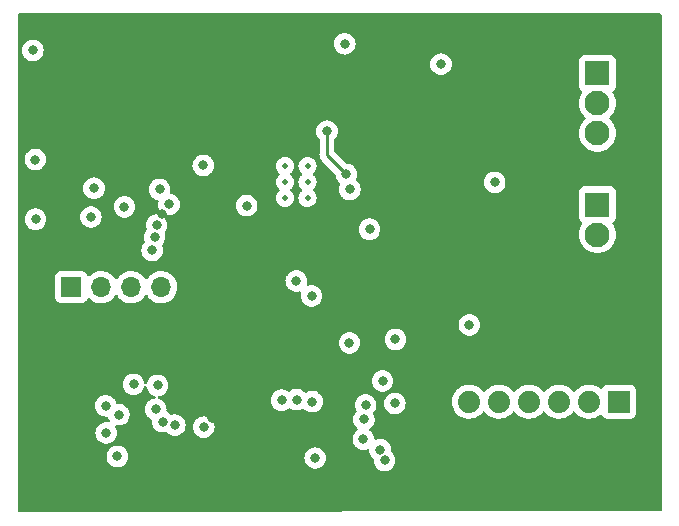
<source format=gbr>
%TF.GenerationSoftware,KiCad,Pcbnew,6.0.11-2627ca5db0~126~ubuntu22.04.1*%
%TF.CreationDate,2023-02-20T01:23:50-05:00*%
%TF.ProjectId,lin-pump-control,6c696e2d-7075-46d7-902d-636f6e74726f,1.0*%
%TF.SameCoordinates,Original*%
%TF.FileFunction,Copper,L3,Inr*%
%TF.FilePolarity,Positive*%
%FSLAX46Y46*%
G04 Gerber Fmt 4.6, Leading zero omitted, Abs format (unit mm)*
G04 Created by KiCad (PCBNEW 6.0.11-2627ca5db0~126~ubuntu22.04.1) date 2023-02-20 01:23:50*
%MOMM*%
%LPD*%
G01*
G04 APERTURE LIST*
%TA.AperFunction,ComponentPad*%
%ADD10C,0.500000*%
%TD*%
%TA.AperFunction,ComponentPad*%
%ADD11R,2.100000X2.100000*%
%TD*%
%TA.AperFunction,ComponentPad*%
%ADD12C,2.100000*%
%TD*%
%TA.AperFunction,ComponentPad*%
%ADD13R,1.700000X1.700000*%
%TD*%
%TA.AperFunction,ComponentPad*%
%ADD14O,1.700000X1.700000*%
%TD*%
%TA.AperFunction,ComponentPad*%
%ADD15R,1.879600X1.879600*%
%TD*%
%TA.AperFunction,ComponentPad*%
%ADD16C,1.879600*%
%TD*%
%TA.AperFunction,ViaPad*%
%ADD17C,0.800000*%
%TD*%
%TA.AperFunction,Conductor*%
%ADD18C,0.250000*%
%TD*%
G04 APERTURE END LIST*
D10*
%TO.N,GND*%
%TO.C,U5*%
X200150000Y-71850000D03*
X198250000Y-73200000D03*
X198250000Y-74550000D03*
X200150000Y-73200000D03*
X200150000Y-74550000D03*
X198250000Y-71850000D03*
%TD*%
D11*
%TO.N,PUMP+*%
%TO.C,J4*%
X224700000Y-75125000D03*
D12*
%TO.N,GND*%
X224700000Y-77665000D03*
%TD*%
D13*
%TO.N,GND*%
%TO.C,J2*%
X180150000Y-82100000D03*
D14*
%TO.N,+5V*%
X182690000Y-82100000D03*
%TO.N,SDA5V*%
X185230000Y-82100000D03*
%TO.N,SCL5V*%
X187770000Y-82100000D03*
%TD*%
D11*
%TO.N,+BATT*%
%TO.C,J3*%
X224700000Y-64000000D03*
D12*
%TO.N,GND*%
X224700000Y-66540000D03*
%TO.N,LIN*%
X224700000Y-69080000D03*
%TD*%
D15*
%TO.N,GND*%
%TO.C,J1*%
X226520000Y-91800000D03*
D16*
%TO.N,unconnected-(J1-Pad2)*%
X223980000Y-91800000D03*
%TO.N,Net-(J1-Pad3)*%
X221440000Y-91800000D03*
%TO.N,Net-(J1-Pad4)*%
X218900000Y-91800000D03*
%TO.N,UPDI*%
X216360000Y-91800000D03*
%TO.N,unconnected-(J1-Pad6)*%
X213820000Y-91800000D03*
%TD*%
D17*
%TO.N,GND*%
X216000000Y-73225000D03*
X213850000Y-85300000D03*
%TO.N,+3V3*%
X208025000Y-89600000D03*
%TO.N,GND*%
X211450000Y-63225000D03*
X184652903Y-75302969D03*
X203300000Y-61500000D03*
X177100000Y-71300000D03*
X205400000Y-77200000D03*
X176900000Y-62050000D03*
X177125000Y-76350000D03*
X207550000Y-91950000D03*
X183100000Y-94450000D03*
X200500000Y-82850000D03*
X187000000Y-79000000D03*
X207600000Y-86525000D03*
X206500000Y-90050000D03*
%TO.N,Net-(C5-Pad1)*%
X203435000Y-72565000D03*
X201800000Y-68900000D03*
%TO.N,LIN*%
X199200000Y-81575000D03*
%TO.N,TXD*%
X200800000Y-96575000D03*
X200550000Y-91800000D03*
%TO.N,~{LIN_SLP}*%
X197950000Y-91675000D03*
X205075000Y-92075000D03*
%TO.N,~{LIN_WAKE}*%
X204925000Y-93300000D03*
X199225000Y-91625000D03*
%TO.N,Net-(C6-Pad2)*%
X191325000Y-71800000D03*
%TO.N,Net-(C7-Pad1)*%
X187200000Y-77875000D03*
X187625000Y-73825500D03*
%TO.N,Net-(C7-Pad2)*%
X181812000Y-76162529D03*
%TO.N,Net-(C8-Pad1)*%
X182075000Y-73725000D03*
%TO.N,Net-(C8-Pad2)*%
X188425000Y-75100000D03*
%TO.N,SDA3V*%
X187300000Y-92450000D03*
X206675000Y-96775000D03*
X185425000Y-90325000D03*
%TO.N,SCL3V*%
X206290576Y-95852382D03*
X187450000Y-90425000D03*
X188918398Y-93779600D03*
%TO.N,+3V3*%
X194225000Y-89700000D03*
X197475000Y-93675000D03*
X192850000Y-77800000D03*
X184750000Y-65600000D03*
X190050000Y-90950000D03*
X202850000Y-88175000D03*
X187809929Y-75950089D03*
X192025000Y-93200000D03*
X224425000Y-94725000D03*
X181950000Y-90050000D03*
X190150000Y-80175000D03*
X190550000Y-89975000D03*
X182225000Y-77625000D03*
%TO.N,Net-(R5-Pad1)*%
X204875000Y-94975000D03*
X203700000Y-86825000D03*
%TO.N,Net-(R11-Pad2)*%
X187374999Y-76850001D03*
%TO.N,Net-(R13-Pad2)*%
X203735000Y-73835000D03*
%TO.N,Net-(R17-Pad2)*%
X195000000Y-75200000D03*
%TO.N,Net-(JP2-Pad2)*%
X191362756Y-93948624D03*
%TO.N,Net-(JP3-Pad2)*%
X187887299Y-93487701D03*
%TO.N,Net-(JP4-Pad2)*%
X184175000Y-92899500D03*
%TO.N,Net-(JP5-Pad2)*%
X184049695Y-96425000D03*
X183075000Y-92150000D03*
%TD*%
D18*
%TO.N,Net-(C5-Pad1)*%
X201800000Y-70930000D02*
X203435000Y-72565000D01*
X201800000Y-68900000D02*
X201800000Y-70930000D01*
%TD*%
%TA.AperFunction,Conductor*%
%TO.N,+3V3*%
G36*
X230065621Y-58948502D02*
G01*
X230112114Y-59002158D01*
X230123500Y-59054500D01*
X230123500Y-100966071D01*
X230103498Y-101034192D01*
X230049842Y-101080685D01*
X229997614Y-101092071D01*
X175783994Y-101140950D01*
X175715855Y-101121009D01*
X175669314Y-101067396D01*
X175657880Y-101015096D01*
X175652555Y-96425000D01*
X183136191Y-96425000D01*
X183156153Y-96614928D01*
X183215168Y-96796556D01*
X183310655Y-96961944D01*
X183315073Y-96966851D01*
X183315074Y-96966852D01*
X183434020Y-97098955D01*
X183438442Y-97103866D01*
X183592943Y-97216118D01*
X183598971Y-97218802D01*
X183598973Y-97218803D01*
X183686448Y-97257749D01*
X183767407Y-97293794D01*
X183852796Y-97311944D01*
X183947751Y-97332128D01*
X183947756Y-97332128D01*
X183954208Y-97333500D01*
X184145182Y-97333500D01*
X184151634Y-97332128D01*
X184151639Y-97332128D01*
X184246594Y-97311944D01*
X184331983Y-97293794D01*
X184412942Y-97257749D01*
X184500417Y-97218803D01*
X184500419Y-97218802D01*
X184506447Y-97216118D01*
X184660948Y-97103866D01*
X184665370Y-97098955D01*
X184784316Y-96966852D01*
X184784317Y-96966851D01*
X184788735Y-96961944D01*
X184884222Y-96796556D01*
X184943237Y-96614928D01*
X184947434Y-96575000D01*
X199886496Y-96575000D01*
X199906458Y-96764928D01*
X199965473Y-96946556D01*
X200060960Y-97111944D01*
X200065378Y-97116851D01*
X200065379Y-97116852D01*
X200157176Y-97218803D01*
X200188747Y-97253866D01*
X200343248Y-97366118D01*
X200349276Y-97368802D01*
X200349278Y-97368803D01*
X200511681Y-97441109D01*
X200517712Y-97443794D01*
X200583365Y-97457749D01*
X200698056Y-97482128D01*
X200698061Y-97482128D01*
X200704513Y-97483500D01*
X200895487Y-97483500D01*
X200901939Y-97482128D01*
X200901944Y-97482128D01*
X201016635Y-97457749D01*
X201082288Y-97443794D01*
X201088319Y-97441109D01*
X201250722Y-97368803D01*
X201250724Y-97368802D01*
X201256752Y-97366118D01*
X201411253Y-97253866D01*
X201442824Y-97218803D01*
X201534621Y-97116852D01*
X201534622Y-97116851D01*
X201539040Y-97111944D01*
X201634527Y-96946556D01*
X201693542Y-96764928D01*
X201713504Y-96575000D01*
X201695473Y-96403444D01*
X201694232Y-96391635D01*
X201694232Y-96391633D01*
X201693542Y-96385072D01*
X201634527Y-96203444D01*
X201539040Y-96038056D01*
X201411253Y-95896134D01*
X201308167Y-95821237D01*
X201262094Y-95787763D01*
X201262093Y-95787762D01*
X201256752Y-95783882D01*
X201250724Y-95781198D01*
X201250722Y-95781197D01*
X201088319Y-95708891D01*
X201088318Y-95708891D01*
X201082288Y-95706206D01*
X200988887Y-95686353D01*
X200901944Y-95667872D01*
X200901939Y-95667872D01*
X200895487Y-95666500D01*
X200704513Y-95666500D01*
X200698061Y-95667872D01*
X200698056Y-95667872D01*
X200611113Y-95686353D01*
X200517712Y-95706206D01*
X200511682Y-95708891D01*
X200511681Y-95708891D01*
X200349278Y-95781197D01*
X200349276Y-95781198D01*
X200343248Y-95783882D01*
X200337907Y-95787762D01*
X200337906Y-95787763D01*
X200291833Y-95821237D01*
X200188747Y-95896134D01*
X200060960Y-96038056D01*
X199965473Y-96203444D01*
X199906458Y-96385072D01*
X199905768Y-96391633D01*
X199905768Y-96391635D01*
X199904527Y-96403444D01*
X199886496Y-96575000D01*
X184947434Y-96575000D01*
X184963199Y-96425000D01*
X184943237Y-96235072D01*
X184884222Y-96053444D01*
X184788735Y-95888056D01*
X184783398Y-95882128D01*
X184665370Y-95751045D01*
X184665369Y-95751044D01*
X184660948Y-95746134D01*
X184506447Y-95633882D01*
X184500419Y-95631198D01*
X184500417Y-95631197D01*
X184338014Y-95558891D01*
X184338013Y-95558891D01*
X184331983Y-95556206D01*
X184238583Y-95536353D01*
X184151639Y-95517872D01*
X184151634Y-95517872D01*
X184145182Y-95516500D01*
X183954208Y-95516500D01*
X183947756Y-95517872D01*
X183947751Y-95517872D01*
X183860807Y-95536353D01*
X183767407Y-95556206D01*
X183761377Y-95558891D01*
X183761376Y-95558891D01*
X183598973Y-95631197D01*
X183598971Y-95631198D01*
X183592943Y-95633882D01*
X183438442Y-95746134D01*
X183434021Y-95751044D01*
X183434020Y-95751045D01*
X183315993Y-95882128D01*
X183310655Y-95888056D01*
X183215168Y-96053444D01*
X183156153Y-96235072D01*
X183136191Y-96425000D01*
X175652555Y-96425000D01*
X175647596Y-92150000D01*
X182161496Y-92150000D01*
X182162186Y-92156565D01*
X182180129Y-92327279D01*
X182181458Y-92339928D01*
X182240473Y-92521556D01*
X182335960Y-92686944D01*
X182340378Y-92691851D01*
X182340379Y-92691852D01*
X182454678Y-92818794D01*
X182463747Y-92828866D01*
X182551930Y-92892935D01*
X182612634Y-92937039D01*
X182618248Y-92941118D01*
X182624276Y-92943802D01*
X182624278Y-92943803D01*
X182736329Y-92993691D01*
X182792712Y-93018794D01*
X182874149Y-93036104D01*
X182973056Y-93057128D01*
X182973061Y-93057128D01*
X182979513Y-93058500D01*
X183170487Y-93058500D01*
X183170487Y-93058987D01*
X183236224Y-93071010D01*
X183288070Y-93119512D01*
X183299388Y-93144609D01*
X183340473Y-93271056D01*
X183343776Y-93276778D01*
X183343777Y-93276779D01*
X183397237Y-93369374D01*
X183413975Y-93438369D01*
X183390755Y-93505461D01*
X183334948Y-93549348D01*
X183261921Y-93555621D01*
X183201944Y-93542872D01*
X183201939Y-93542872D01*
X183195487Y-93541500D01*
X183004513Y-93541500D01*
X182998061Y-93542872D01*
X182998056Y-93542872D01*
X182938079Y-93555621D01*
X182817712Y-93581206D01*
X182811682Y-93583891D01*
X182811681Y-93583891D01*
X182649278Y-93656197D01*
X182649276Y-93656198D01*
X182643248Y-93658882D01*
X182488747Y-93771134D01*
X182360960Y-93913056D01*
X182265473Y-94078444D01*
X182206458Y-94260072D01*
X182205768Y-94266633D01*
X182205768Y-94266635D01*
X182200140Y-94320180D01*
X182186496Y-94450000D01*
X182187186Y-94456565D01*
X182204635Y-94622579D01*
X182206458Y-94639928D01*
X182265473Y-94821556D01*
X182360960Y-94986944D01*
X182365378Y-94991851D01*
X182365379Y-94991852D01*
X182386744Y-95015580D01*
X182488747Y-95128866D01*
X182643248Y-95241118D01*
X182649276Y-95243802D01*
X182649278Y-95243803D01*
X182810174Y-95315438D01*
X182817712Y-95318794D01*
X182911113Y-95338647D01*
X182998056Y-95357128D01*
X182998061Y-95357128D01*
X183004513Y-95358500D01*
X183195487Y-95358500D01*
X183201939Y-95357128D01*
X183201944Y-95357128D01*
X183288888Y-95338647D01*
X183382288Y-95318794D01*
X183389826Y-95315438D01*
X183550722Y-95243803D01*
X183550724Y-95243802D01*
X183556752Y-95241118D01*
X183711253Y-95128866D01*
X183813256Y-95015580D01*
X183834621Y-94991852D01*
X183834622Y-94991851D01*
X183839040Y-94986944D01*
X183845936Y-94975000D01*
X203961496Y-94975000D01*
X203962186Y-94981565D01*
X203977152Y-95123955D01*
X203981458Y-95164928D01*
X204040473Y-95346556D01*
X204135960Y-95511944D01*
X204140378Y-95516851D01*
X204140379Y-95516852D01*
X204178231Y-95558891D01*
X204263747Y-95653866D01*
X204418248Y-95766118D01*
X204424276Y-95768802D01*
X204424278Y-95768803D01*
X204586679Y-95841108D01*
X204592712Y-95843794D01*
X204664001Y-95858947D01*
X204773056Y-95882128D01*
X204773061Y-95882128D01*
X204779513Y-95883500D01*
X204970487Y-95883500D01*
X204976939Y-95882128D01*
X204976944Y-95882128D01*
X205085999Y-95858947D01*
X205157288Y-95843794D01*
X205163315Y-95841111D01*
X205163323Y-95841108D01*
X205207952Y-95821237D01*
X205278319Y-95811802D01*
X205342616Y-95841908D01*
X205380430Y-95901996D01*
X205384512Y-95923172D01*
X205395044Y-96023374D01*
X205397034Y-96042310D01*
X205456049Y-96223938D01*
X205551536Y-96389326D01*
X205679323Y-96531248D01*
X205684664Y-96535128D01*
X205684669Y-96535133D01*
X205720616Y-96561250D01*
X205763969Y-96617472D01*
X205771864Y-96676356D01*
X205761496Y-96775000D01*
X205762186Y-96781565D01*
X205780129Y-96952279D01*
X205781458Y-96964928D01*
X205840473Y-97146556D01*
X205935960Y-97311944D01*
X205940378Y-97316851D01*
X205940379Y-97316852D01*
X206054678Y-97443794D01*
X206063747Y-97453866D01*
X206218248Y-97566118D01*
X206224276Y-97568802D01*
X206224278Y-97568803D01*
X206386681Y-97641109D01*
X206392712Y-97643794D01*
X206486113Y-97663647D01*
X206573056Y-97682128D01*
X206573061Y-97682128D01*
X206579513Y-97683500D01*
X206770487Y-97683500D01*
X206776939Y-97682128D01*
X206776944Y-97682128D01*
X206863887Y-97663647D01*
X206957288Y-97643794D01*
X206963319Y-97641109D01*
X207125722Y-97568803D01*
X207125724Y-97568802D01*
X207131752Y-97566118D01*
X207286253Y-97453866D01*
X207295322Y-97443794D01*
X207409621Y-97316852D01*
X207409622Y-97316851D01*
X207414040Y-97311944D01*
X207509527Y-97146556D01*
X207568542Y-96964928D01*
X207569872Y-96952279D01*
X207587814Y-96781565D01*
X207588504Y-96775000D01*
X207572340Y-96621206D01*
X207569232Y-96591635D01*
X207569232Y-96591633D01*
X207568542Y-96585072D01*
X207509527Y-96403444D01*
X207414040Y-96238056D01*
X207405701Y-96228794D01*
X207290675Y-96101045D01*
X207290674Y-96101044D01*
X207286253Y-96096134D01*
X207280912Y-96092254D01*
X207280907Y-96092249D01*
X207244960Y-96066132D01*
X207201607Y-96009910D01*
X207193712Y-95951026D01*
X207199730Y-95893774D01*
X207204080Y-95852382D01*
X207197288Y-95787763D01*
X207184808Y-95669017D01*
X207184808Y-95669015D01*
X207184118Y-95662454D01*
X207125103Y-95480826D01*
X207029616Y-95315438D01*
X206901829Y-95173516D01*
X206747328Y-95061264D01*
X206741300Y-95058580D01*
X206741298Y-95058579D01*
X206578895Y-94986273D01*
X206578894Y-94986273D01*
X206572864Y-94983588D01*
X206479463Y-94963735D01*
X206392520Y-94945254D01*
X206392515Y-94945254D01*
X206386063Y-94943882D01*
X206195089Y-94943882D01*
X206188637Y-94945254D01*
X206188632Y-94945254D01*
X206101689Y-94963735D01*
X206008288Y-94983588D01*
X206002261Y-94986271D01*
X206002253Y-94986274D01*
X205957624Y-95006145D01*
X205887257Y-95015580D01*
X205822960Y-94985474D01*
X205785146Y-94925386D01*
X205781064Y-94904210D01*
X205769232Y-94791635D01*
X205769232Y-94791633D01*
X205768542Y-94785072D01*
X205709527Y-94603444D01*
X205614040Y-94438056D01*
X205509050Y-94321452D01*
X205490675Y-94301045D01*
X205490674Y-94301044D01*
X205486253Y-94296134D01*
X205480909Y-94292251D01*
X205480905Y-94292247D01*
X205433216Y-94257600D01*
X205389861Y-94201378D01*
X205383785Y-94130642D01*
X205416917Y-94067850D01*
X205433215Y-94053728D01*
X205483216Y-94017400D01*
X205536253Y-93978866D01*
X205643949Y-93859257D01*
X205659621Y-93841852D01*
X205659622Y-93841851D01*
X205664040Y-93836944D01*
X205759527Y-93671556D01*
X205818542Y-93489928D01*
X205823648Y-93441352D01*
X205837814Y-93306565D01*
X205838504Y-93300000D01*
X205835396Y-93270433D01*
X205819232Y-93116635D01*
X205819232Y-93116633D01*
X205818542Y-93110072D01*
X205759527Y-92928444D01*
X205715257Y-92851766D01*
X205698520Y-92782771D01*
X205721741Y-92715679D01*
X205730741Y-92704457D01*
X205809621Y-92616852D01*
X205809622Y-92616851D01*
X205814040Y-92611944D01*
X205909527Y-92446556D01*
X205968542Y-92264928D01*
X205973198Y-92220634D01*
X205987814Y-92081565D01*
X205988504Y-92075000D01*
X205975366Y-91950000D01*
X206636496Y-91950000D01*
X206656458Y-92139928D01*
X206715473Y-92321556D01*
X206718776Y-92327278D01*
X206718777Y-92327279D01*
X206726080Y-92339928D01*
X206810960Y-92486944D01*
X206815378Y-92491851D01*
X206815379Y-92491852D01*
X206928207Y-92617160D01*
X206938747Y-92628866D01*
X207093248Y-92741118D01*
X207099276Y-92743802D01*
X207099278Y-92743803D01*
X207256365Y-92813742D01*
X207267712Y-92818794D01*
X207359560Y-92838317D01*
X207448056Y-92857128D01*
X207448061Y-92857128D01*
X207454513Y-92858500D01*
X207645487Y-92858500D01*
X207651939Y-92857128D01*
X207651944Y-92857128D01*
X207740440Y-92838317D01*
X207832288Y-92818794D01*
X207843635Y-92813742D01*
X208000722Y-92743803D01*
X208000724Y-92743802D01*
X208006752Y-92741118D01*
X208161253Y-92628866D01*
X208171793Y-92617160D01*
X208284621Y-92491852D01*
X208284622Y-92491851D01*
X208289040Y-92486944D01*
X208373920Y-92339928D01*
X208381223Y-92327279D01*
X208381224Y-92327278D01*
X208384527Y-92321556D01*
X208443542Y-92139928D01*
X208463504Y-91950000D01*
X208445221Y-91776045D01*
X208444232Y-91766635D01*
X208444232Y-91766633D01*
X208444007Y-91764494D01*
X212367170Y-91764494D01*
X212367467Y-91769646D01*
X212367467Y-91769650D01*
X212377866Y-91950000D01*
X212380879Y-92002255D01*
X212382016Y-92007301D01*
X212382017Y-92007307D01*
X212392152Y-92052279D01*
X212433237Y-92234585D01*
X212435179Y-92239367D01*
X212435180Y-92239371D01*
X212520893Y-92450457D01*
X212522837Y-92455244D01*
X212647274Y-92658306D01*
X212803204Y-92838317D01*
X212986442Y-92990444D01*
X212990894Y-92993046D01*
X212990899Y-92993049D01*
X213155832Y-93089428D01*
X213192065Y-93110601D01*
X213414552Y-93195560D01*
X213419618Y-93196591D01*
X213419619Y-93196591D01*
X213473956Y-93207646D01*
X213647928Y-93243041D01*
X213781284Y-93247931D01*
X213880760Y-93251579D01*
X213880764Y-93251579D01*
X213885924Y-93251768D01*
X213891044Y-93251112D01*
X213891046Y-93251112D01*
X214117023Y-93222164D01*
X214117024Y-93222164D01*
X214122151Y-93221507D01*
X214205200Y-93196591D01*
X214345316Y-93154554D01*
X214345317Y-93154553D01*
X214350262Y-93153070D01*
X214564133Y-93048295D01*
X214568336Y-93045297D01*
X214568341Y-93045294D01*
X214753816Y-92912996D01*
X214753818Y-92912994D01*
X214758020Y-92909997D01*
X214926716Y-92741889D01*
X214984979Y-92660807D01*
X215040972Y-92617160D01*
X215111676Y-92610714D01*
X215174640Y-92643516D01*
X215186582Y-92657176D01*
X215187274Y-92658306D01*
X215343204Y-92838317D01*
X215526442Y-92990444D01*
X215530894Y-92993046D01*
X215530899Y-92993049D01*
X215695832Y-93089428D01*
X215732065Y-93110601D01*
X215954552Y-93195560D01*
X215959618Y-93196591D01*
X215959619Y-93196591D01*
X216013956Y-93207646D01*
X216187928Y-93243041D01*
X216321284Y-93247931D01*
X216420760Y-93251579D01*
X216420764Y-93251579D01*
X216425924Y-93251768D01*
X216431044Y-93251112D01*
X216431046Y-93251112D01*
X216657023Y-93222164D01*
X216657024Y-93222164D01*
X216662151Y-93221507D01*
X216745200Y-93196591D01*
X216885316Y-93154554D01*
X216885317Y-93154553D01*
X216890262Y-93153070D01*
X217104133Y-93048295D01*
X217108336Y-93045297D01*
X217108341Y-93045294D01*
X217293816Y-92912996D01*
X217293818Y-92912994D01*
X217298020Y-92909997D01*
X217466716Y-92741889D01*
X217524979Y-92660807D01*
X217580972Y-92617160D01*
X217651676Y-92610714D01*
X217714640Y-92643516D01*
X217726582Y-92657176D01*
X217727274Y-92658306D01*
X217883204Y-92838317D01*
X218066442Y-92990444D01*
X218070894Y-92993046D01*
X218070899Y-92993049D01*
X218235832Y-93089428D01*
X218272065Y-93110601D01*
X218494552Y-93195560D01*
X218499618Y-93196591D01*
X218499619Y-93196591D01*
X218553956Y-93207646D01*
X218727928Y-93243041D01*
X218861284Y-93247931D01*
X218960760Y-93251579D01*
X218960764Y-93251579D01*
X218965924Y-93251768D01*
X218971044Y-93251112D01*
X218971046Y-93251112D01*
X219197023Y-93222164D01*
X219197024Y-93222164D01*
X219202151Y-93221507D01*
X219285200Y-93196591D01*
X219425316Y-93154554D01*
X219425317Y-93154553D01*
X219430262Y-93153070D01*
X219644133Y-93048295D01*
X219648336Y-93045297D01*
X219648341Y-93045294D01*
X219833816Y-92912996D01*
X219833818Y-92912994D01*
X219838020Y-92909997D01*
X220006716Y-92741889D01*
X220064979Y-92660807D01*
X220120972Y-92617160D01*
X220191676Y-92610714D01*
X220254640Y-92643516D01*
X220266582Y-92657176D01*
X220267274Y-92658306D01*
X220423204Y-92838317D01*
X220606442Y-92990444D01*
X220610894Y-92993046D01*
X220610899Y-92993049D01*
X220775832Y-93089428D01*
X220812065Y-93110601D01*
X221034552Y-93195560D01*
X221039618Y-93196591D01*
X221039619Y-93196591D01*
X221093956Y-93207646D01*
X221267928Y-93243041D01*
X221401284Y-93247931D01*
X221500760Y-93251579D01*
X221500764Y-93251579D01*
X221505924Y-93251768D01*
X221511044Y-93251112D01*
X221511046Y-93251112D01*
X221737023Y-93222164D01*
X221737024Y-93222164D01*
X221742151Y-93221507D01*
X221825200Y-93196591D01*
X221965316Y-93154554D01*
X221965317Y-93154553D01*
X221970262Y-93153070D01*
X222184133Y-93048295D01*
X222188336Y-93045297D01*
X222188341Y-93045294D01*
X222373816Y-92912996D01*
X222373818Y-92912994D01*
X222378020Y-92909997D01*
X222546716Y-92741889D01*
X222604979Y-92660807D01*
X222660972Y-92617160D01*
X222731676Y-92610714D01*
X222794640Y-92643516D01*
X222806582Y-92657176D01*
X222807274Y-92658306D01*
X222963204Y-92838317D01*
X223146442Y-92990444D01*
X223150894Y-92993046D01*
X223150899Y-92993049D01*
X223315832Y-93089428D01*
X223352065Y-93110601D01*
X223574552Y-93195560D01*
X223579618Y-93196591D01*
X223579619Y-93196591D01*
X223633956Y-93207646D01*
X223807928Y-93243041D01*
X223941284Y-93247931D01*
X224040760Y-93251579D01*
X224040764Y-93251579D01*
X224045924Y-93251768D01*
X224051044Y-93251112D01*
X224051046Y-93251112D01*
X224277023Y-93222164D01*
X224277024Y-93222164D01*
X224282151Y-93221507D01*
X224365200Y-93196591D01*
X224505316Y-93154554D01*
X224505317Y-93154553D01*
X224510262Y-93153070D01*
X224724133Y-93048295D01*
X224728336Y-93045297D01*
X224728341Y-93045294D01*
X224913810Y-92913000D01*
X224918020Y-92909997D01*
X224920601Y-92907425D01*
X224985135Y-92878913D01*
X225055278Y-92889886D01*
X225108355Y-92937039D01*
X225119502Y-92959610D01*
X225129585Y-92986505D01*
X225216939Y-93103061D01*
X225333495Y-93190415D01*
X225469884Y-93241545D01*
X225532066Y-93248300D01*
X227507934Y-93248300D01*
X227570116Y-93241545D01*
X227706505Y-93190415D01*
X227823061Y-93103061D01*
X227910415Y-92986505D01*
X227961545Y-92850116D01*
X227968300Y-92787934D01*
X227968300Y-90812066D01*
X227961545Y-90749884D01*
X227910415Y-90613495D01*
X227823061Y-90496939D01*
X227706505Y-90409585D01*
X227570116Y-90358455D01*
X227507934Y-90351700D01*
X225532066Y-90351700D01*
X225469884Y-90358455D01*
X225333495Y-90409585D01*
X225216939Y-90496939D01*
X225129585Y-90613495D01*
X225126433Y-90621903D01*
X225118218Y-90643816D01*
X225075576Y-90700580D01*
X225009014Y-90725280D01*
X224939666Y-90710072D01*
X224922144Y-90698468D01*
X224788278Y-90592747D01*
X224788273Y-90592744D01*
X224784224Y-90589546D01*
X224779708Y-90587053D01*
X224779705Y-90587051D01*
X224580250Y-90476946D01*
X224580246Y-90476944D01*
X224575726Y-90474449D01*
X224570857Y-90472725D01*
X224570853Y-90472723D01*
X224356105Y-90396676D01*
X224356101Y-90396675D01*
X224351230Y-90394950D01*
X224346140Y-90394043D01*
X224346135Y-90394042D01*
X224218814Y-90371364D01*
X224116764Y-90353186D01*
X224025355Y-90352069D01*
X223883795Y-90350339D01*
X223883793Y-90350339D01*
X223878625Y-90350276D01*
X223643209Y-90386300D01*
X223416838Y-90460289D01*
X223392953Y-90472723D01*
X223244740Y-90549878D01*
X223205590Y-90570258D01*
X223201457Y-90573361D01*
X223201454Y-90573363D01*
X223019375Y-90710072D01*
X223015140Y-90713252D01*
X223011568Y-90716990D01*
X222896155Y-90837763D01*
X222850602Y-90885431D01*
X222817545Y-90933891D01*
X222815186Y-90937349D01*
X222760274Y-90982351D01*
X222689749Y-90990522D01*
X222626002Y-90959267D01*
X222605306Y-90934784D01*
X222594217Y-90917642D01*
X222594212Y-90917636D01*
X222591406Y-90913298D01*
X222571572Y-90891500D01*
X222531700Y-90847682D01*
X222431124Y-90737150D01*
X222427073Y-90733951D01*
X222427069Y-90733947D01*
X222248278Y-90592747D01*
X222248273Y-90592744D01*
X222244224Y-90589546D01*
X222239708Y-90587053D01*
X222239705Y-90587051D01*
X222040250Y-90476946D01*
X222040246Y-90476944D01*
X222035726Y-90474449D01*
X222030857Y-90472725D01*
X222030853Y-90472723D01*
X221816105Y-90396676D01*
X221816101Y-90396675D01*
X221811230Y-90394950D01*
X221806140Y-90394043D01*
X221806135Y-90394042D01*
X221678814Y-90371364D01*
X221576764Y-90353186D01*
X221485355Y-90352069D01*
X221343795Y-90350339D01*
X221343793Y-90350339D01*
X221338625Y-90350276D01*
X221103209Y-90386300D01*
X220876838Y-90460289D01*
X220852953Y-90472723D01*
X220704740Y-90549878D01*
X220665590Y-90570258D01*
X220661457Y-90573361D01*
X220661454Y-90573363D01*
X220479375Y-90710072D01*
X220475140Y-90713252D01*
X220471568Y-90716990D01*
X220356155Y-90837763D01*
X220310602Y-90885431D01*
X220277545Y-90933891D01*
X220275186Y-90937349D01*
X220220274Y-90982351D01*
X220149749Y-90990522D01*
X220086002Y-90959267D01*
X220065306Y-90934784D01*
X220054217Y-90917642D01*
X220054212Y-90917636D01*
X220051406Y-90913298D01*
X220031572Y-90891500D01*
X219991700Y-90847682D01*
X219891124Y-90737150D01*
X219887073Y-90733951D01*
X219887069Y-90733947D01*
X219708278Y-90592747D01*
X219708273Y-90592744D01*
X219704224Y-90589546D01*
X219699708Y-90587053D01*
X219699705Y-90587051D01*
X219500250Y-90476946D01*
X219500246Y-90476944D01*
X219495726Y-90474449D01*
X219490857Y-90472725D01*
X219490853Y-90472723D01*
X219276105Y-90396676D01*
X219276101Y-90396675D01*
X219271230Y-90394950D01*
X219266140Y-90394043D01*
X219266135Y-90394042D01*
X219138814Y-90371364D01*
X219036764Y-90353186D01*
X218945355Y-90352069D01*
X218803795Y-90350339D01*
X218803793Y-90350339D01*
X218798625Y-90350276D01*
X218563209Y-90386300D01*
X218336838Y-90460289D01*
X218312953Y-90472723D01*
X218164740Y-90549878D01*
X218125590Y-90570258D01*
X218121457Y-90573361D01*
X218121454Y-90573363D01*
X217939375Y-90710072D01*
X217935140Y-90713252D01*
X217931568Y-90716990D01*
X217816155Y-90837763D01*
X217770602Y-90885431D01*
X217737545Y-90933891D01*
X217735186Y-90937349D01*
X217680274Y-90982351D01*
X217609749Y-90990522D01*
X217546002Y-90959267D01*
X217525306Y-90934784D01*
X217514217Y-90917642D01*
X217514212Y-90917636D01*
X217511406Y-90913298D01*
X217491572Y-90891500D01*
X217451700Y-90847682D01*
X217351124Y-90737150D01*
X217347073Y-90733951D01*
X217347069Y-90733947D01*
X217168278Y-90592747D01*
X217168273Y-90592744D01*
X217164224Y-90589546D01*
X217159708Y-90587053D01*
X217159705Y-90587051D01*
X216960250Y-90476946D01*
X216960246Y-90476944D01*
X216955726Y-90474449D01*
X216950857Y-90472725D01*
X216950853Y-90472723D01*
X216736105Y-90396676D01*
X216736101Y-90396675D01*
X216731230Y-90394950D01*
X216726140Y-90394043D01*
X216726135Y-90394042D01*
X216598814Y-90371364D01*
X216496764Y-90353186D01*
X216405355Y-90352069D01*
X216263795Y-90350339D01*
X216263793Y-90350339D01*
X216258625Y-90350276D01*
X216023209Y-90386300D01*
X215796838Y-90460289D01*
X215772953Y-90472723D01*
X215624740Y-90549878D01*
X215585590Y-90570258D01*
X215581457Y-90573361D01*
X215581454Y-90573363D01*
X215399375Y-90710072D01*
X215395140Y-90713252D01*
X215391568Y-90716990D01*
X215276155Y-90837763D01*
X215230602Y-90885431D01*
X215197545Y-90933891D01*
X215195186Y-90937349D01*
X215140274Y-90982351D01*
X215069749Y-90990522D01*
X215006002Y-90959267D01*
X214985306Y-90934784D01*
X214974217Y-90917642D01*
X214974212Y-90917636D01*
X214971406Y-90913298D01*
X214951572Y-90891500D01*
X214911700Y-90847682D01*
X214811124Y-90737150D01*
X214807073Y-90733951D01*
X214807069Y-90733947D01*
X214628278Y-90592747D01*
X214628273Y-90592744D01*
X214624224Y-90589546D01*
X214619708Y-90587053D01*
X214619705Y-90587051D01*
X214420250Y-90476946D01*
X214420246Y-90476944D01*
X214415726Y-90474449D01*
X214410857Y-90472725D01*
X214410853Y-90472723D01*
X214196105Y-90396676D01*
X214196101Y-90396675D01*
X214191230Y-90394950D01*
X214186140Y-90394043D01*
X214186135Y-90394042D01*
X214058814Y-90371364D01*
X213956764Y-90353186D01*
X213865355Y-90352069D01*
X213723795Y-90350339D01*
X213723793Y-90350339D01*
X213718625Y-90350276D01*
X213483209Y-90386300D01*
X213256838Y-90460289D01*
X213232953Y-90472723D01*
X213084740Y-90549878D01*
X213045590Y-90570258D01*
X213041457Y-90573361D01*
X213041454Y-90573363D01*
X212859375Y-90710072D01*
X212855140Y-90713252D01*
X212851568Y-90716990D01*
X212736155Y-90837763D01*
X212690602Y-90885431D01*
X212687691Y-90889699D01*
X212687687Y-90889704D01*
X212640234Y-90959267D01*
X212556394Y-91082172D01*
X212522033Y-91156197D01*
X212462760Y-91283891D01*
X212456122Y-91298191D01*
X212392477Y-91527685D01*
X212391928Y-91532819D01*
X212391928Y-91532821D01*
X212390758Y-91543774D01*
X212367170Y-91764494D01*
X208444007Y-91764494D01*
X208443542Y-91760072D01*
X208384527Y-91578444D01*
X208365106Y-91544805D01*
X208334408Y-91491635D01*
X208289040Y-91413056D01*
X208273804Y-91396134D01*
X208165675Y-91276045D01*
X208165674Y-91276044D01*
X208161253Y-91271134D01*
X208054804Y-91193794D01*
X208012094Y-91162763D01*
X208012093Y-91162762D01*
X208006752Y-91158882D01*
X208000724Y-91156198D01*
X208000722Y-91156197D01*
X207838319Y-91083891D01*
X207838318Y-91083891D01*
X207832288Y-91081206D01*
X207738887Y-91061353D01*
X207651944Y-91042872D01*
X207651939Y-91042872D01*
X207645487Y-91041500D01*
X207454513Y-91041500D01*
X207448061Y-91042872D01*
X207448056Y-91042872D01*
X207361113Y-91061353D01*
X207267712Y-91081206D01*
X207261682Y-91083891D01*
X207261681Y-91083891D01*
X207099278Y-91156197D01*
X207099276Y-91156198D01*
X207093248Y-91158882D01*
X207087907Y-91162762D01*
X207087906Y-91162763D01*
X207045196Y-91193794D01*
X206938747Y-91271134D01*
X206934326Y-91276044D01*
X206934325Y-91276045D01*
X206826197Y-91396134D01*
X206810960Y-91413056D01*
X206765592Y-91491635D01*
X206734895Y-91544805D01*
X206715473Y-91578444D01*
X206656458Y-91760072D01*
X206655768Y-91766633D01*
X206655768Y-91766635D01*
X206654779Y-91776045D01*
X206636496Y-91950000D01*
X205975366Y-91950000D01*
X205971483Y-91913056D01*
X205969232Y-91891635D01*
X205969232Y-91891633D01*
X205968542Y-91885072D01*
X205909527Y-91703444D01*
X205814040Y-91538056D01*
X205809327Y-91532821D01*
X205690675Y-91401045D01*
X205690674Y-91401044D01*
X205686253Y-91396134D01*
X205558677Y-91303444D01*
X205537094Y-91287763D01*
X205537093Y-91287762D01*
X205531752Y-91283882D01*
X205525724Y-91281198D01*
X205525722Y-91281197D01*
X205363319Y-91208891D01*
X205363318Y-91208891D01*
X205357288Y-91206206D01*
X205263887Y-91186353D01*
X205176944Y-91167872D01*
X205176939Y-91167872D01*
X205170487Y-91166500D01*
X204979513Y-91166500D01*
X204973061Y-91167872D01*
X204973056Y-91167872D01*
X204886113Y-91186353D01*
X204792712Y-91206206D01*
X204786682Y-91208891D01*
X204786681Y-91208891D01*
X204624278Y-91281197D01*
X204624276Y-91281198D01*
X204618248Y-91283882D01*
X204612907Y-91287762D01*
X204612906Y-91287763D01*
X204591323Y-91303444D01*
X204463747Y-91396134D01*
X204459326Y-91401044D01*
X204459325Y-91401045D01*
X204340674Y-91532821D01*
X204335960Y-91538056D01*
X204240473Y-91703444D01*
X204181458Y-91885072D01*
X204180768Y-91891633D01*
X204180768Y-91891635D01*
X204178517Y-91913056D01*
X204161496Y-92075000D01*
X204162186Y-92081565D01*
X204176803Y-92220634D01*
X204181458Y-92264928D01*
X204240473Y-92446556D01*
X204260490Y-92481226D01*
X204284743Y-92523234D01*
X204301480Y-92592229D01*
X204278259Y-92659321D01*
X204269259Y-92670543D01*
X204209208Y-92737237D01*
X204185960Y-92763056D01*
X204135696Y-92850116D01*
X204099390Y-92913000D01*
X204090473Y-92928444D01*
X204031458Y-93110072D01*
X204030768Y-93116633D01*
X204030768Y-93116635D01*
X204014604Y-93270433D01*
X204011496Y-93300000D01*
X204012186Y-93306565D01*
X204026353Y-93441352D01*
X204031458Y-93489928D01*
X204090473Y-93671556D01*
X204185960Y-93836944D01*
X204190378Y-93841851D01*
X204190379Y-93841852D01*
X204206051Y-93859257D01*
X204313747Y-93978866D01*
X204319087Y-93982746D01*
X204319095Y-93982753D01*
X204366784Y-94017400D01*
X204410139Y-94073622D01*
X204416215Y-94144358D01*
X204383083Y-94207150D01*
X204366785Y-94221272D01*
X204263747Y-94296134D01*
X204259326Y-94301044D01*
X204259325Y-94301045D01*
X204240951Y-94321452D01*
X204135960Y-94438056D01*
X204040473Y-94603444D01*
X203981458Y-94785072D01*
X203980768Y-94791633D01*
X203980768Y-94791635D01*
X203978284Y-94815271D01*
X203961496Y-94975000D01*
X183845936Y-94975000D01*
X183934527Y-94821556D01*
X183993542Y-94639928D01*
X183995366Y-94622579D01*
X184012814Y-94456565D01*
X184013504Y-94450000D01*
X183999860Y-94320180D01*
X183994232Y-94266635D01*
X183994232Y-94266633D01*
X183993542Y-94260072D01*
X183934527Y-94078444D01*
X183877763Y-93980126D01*
X183861025Y-93911131D01*
X183884245Y-93844039D01*
X183940052Y-93800152D01*
X184013079Y-93793879D01*
X184073056Y-93806628D01*
X184073061Y-93806628D01*
X184079513Y-93808000D01*
X184270487Y-93808000D01*
X184276939Y-93806628D01*
X184276944Y-93806628D01*
X184373212Y-93786165D01*
X184457288Y-93768294D01*
X184478846Y-93758696D01*
X184625722Y-93693303D01*
X184625724Y-93693302D01*
X184631752Y-93690618D01*
X184650112Y-93677279D01*
X184687157Y-93650364D01*
X184786253Y-93578366D01*
X184914040Y-93436444D01*
X184992816Y-93300000D01*
X185006223Y-93276779D01*
X185006224Y-93276778D01*
X185009527Y-93271056D01*
X185068542Y-93089428D01*
X185071742Y-93058987D01*
X185087814Y-92906065D01*
X185088504Y-92899500D01*
X185082421Y-92841619D01*
X185069232Y-92716135D01*
X185069232Y-92716133D01*
X185068542Y-92709572D01*
X185009527Y-92527944D01*
X184989811Y-92493794D01*
X184964526Y-92450000D01*
X184914040Y-92362556D01*
X184906216Y-92353866D01*
X184790675Y-92225545D01*
X184790674Y-92225544D01*
X184786253Y-92220634D01*
X184631752Y-92108382D01*
X184625724Y-92105698D01*
X184625722Y-92105697D01*
X184463319Y-92033391D01*
X184463318Y-92033391D01*
X184457288Y-92030706D01*
X184347205Y-92007307D01*
X184276944Y-91992372D01*
X184276939Y-91992372D01*
X184270487Y-91991000D01*
X184079513Y-91991000D01*
X184079513Y-91990513D01*
X184013776Y-91978490D01*
X183961930Y-91929988D01*
X183950612Y-91904890D01*
X183939667Y-91871206D01*
X183909527Y-91778444D01*
X183898510Y-91759361D01*
X183840498Y-91658882D01*
X183814040Y-91613056D01*
X183805701Y-91603794D01*
X183690675Y-91476045D01*
X183690674Y-91476044D01*
X183686253Y-91471134D01*
X183531752Y-91358882D01*
X183525724Y-91356198D01*
X183525722Y-91356197D01*
X183363319Y-91283891D01*
X183363318Y-91283891D01*
X183357288Y-91281206D01*
X183263888Y-91261353D01*
X183176944Y-91242872D01*
X183176939Y-91242872D01*
X183170487Y-91241500D01*
X182979513Y-91241500D01*
X182973061Y-91242872D01*
X182973056Y-91242872D01*
X182886112Y-91261353D01*
X182792712Y-91281206D01*
X182786682Y-91283891D01*
X182786681Y-91283891D01*
X182624278Y-91356197D01*
X182624276Y-91356198D01*
X182618248Y-91358882D01*
X182463747Y-91471134D01*
X182459326Y-91476044D01*
X182459325Y-91476045D01*
X182344300Y-91603794D01*
X182335960Y-91613056D01*
X182309502Y-91658882D01*
X182251491Y-91759361D01*
X182240473Y-91778444D01*
X182181458Y-91960072D01*
X182180768Y-91966633D01*
X182180768Y-91966635D01*
X182178207Y-91991000D01*
X182161496Y-92150000D01*
X175647596Y-92150000D01*
X175645479Y-90325000D01*
X184511496Y-90325000D01*
X184512186Y-90331565D01*
X184528972Y-90491272D01*
X184531458Y-90514928D01*
X184590473Y-90696556D01*
X184593776Y-90702278D01*
X184593777Y-90702279D01*
X184602780Y-90717872D01*
X184685960Y-90861944D01*
X184690378Y-90866851D01*
X184690379Y-90866852D01*
X184737148Y-90918794D01*
X184813747Y-91003866D01*
X184860781Y-91038038D01*
X184951385Y-91103866D01*
X184968248Y-91116118D01*
X184974276Y-91118802D01*
X184974278Y-91118803D01*
X185081408Y-91166500D01*
X185142712Y-91193794D01*
X185229479Y-91212237D01*
X185323056Y-91232128D01*
X185323061Y-91232128D01*
X185329513Y-91233500D01*
X185520487Y-91233500D01*
X185526939Y-91232128D01*
X185526944Y-91232128D01*
X185620521Y-91212237D01*
X185707288Y-91193794D01*
X185768592Y-91166500D01*
X185875722Y-91118803D01*
X185875724Y-91118802D01*
X185881752Y-91116118D01*
X185898616Y-91103866D01*
X185989219Y-91038038D01*
X186036253Y-91003866D01*
X186112852Y-90918794D01*
X186159621Y-90866852D01*
X186159622Y-90866851D01*
X186164040Y-90861944D01*
X186247220Y-90717872D01*
X186256223Y-90702279D01*
X186256224Y-90702278D01*
X186259527Y-90696556D01*
X186307186Y-90549878D01*
X186347260Y-90491272D01*
X186412656Y-90463635D01*
X186482613Y-90475742D01*
X186534919Y-90523748D01*
X186552329Y-90575643D01*
X186556458Y-90614928D01*
X186615473Y-90796556D01*
X186618776Y-90802278D01*
X186618777Y-90802279D01*
X186695279Y-90934784D01*
X186710960Y-90961944D01*
X186715378Y-90966851D01*
X186715379Y-90966852D01*
X186818344Y-91081206D01*
X186838747Y-91103866D01*
X186993248Y-91216118D01*
X186999276Y-91218802D01*
X186999278Y-91218803D01*
X187145449Y-91283882D01*
X187167712Y-91293794D01*
X187188963Y-91298311D01*
X187251436Y-91332039D01*
X187285758Y-91394189D01*
X187281030Y-91465028D01*
X187238754Y-91522065D01*
X187188963Y-91544805D01*
X187129642Y-91557414D01*
X187017712Y-91581206D01*
X187011682Y-91583891D01*
X187011681Y-91583891D01*
X186849278Y-91656197D01*
X186849276Y-91656198D01*
X186843248Y-91658882D01*
X186837907Y-91662762D01*
X186837906Y-91662763D01*
X186812028Y-91681565D01*
X186688747Y-91771134D01*
X186684326Y-91776044D01*
X186684325Y-91776045D01*
X186580248Y-91891635D01*
X186560960Y-91913056D01*
X186537440Y-91953794D01*
X186483884Y-92046556D01*
X186465473Y-92078444D01*
X186406458Y-92260072D01*
X186405768Y-92266633D01*
X186405768Y-92266635D01*
X186398084Y-92339747D01*
X186386496Y-92450000D01*
X186387186Y-92456565D01*
X186404483Y-92621134D01*
X186406458Y-92639928D01*
X186465473Y-92821556D01*
X186468776Y-92827278D01*
X186468777Y-92827279D01*
X186486234Y-92857515D01*
X186560960Y-92986944D01*
X186565378Y-92991851D01*
X186565379Y-92991852D01*
X186670357Y-93108442D01*
X186688747Y-93128866D01*
X186843248Y-93241118D01*
X186849283Y-93243805D01*
X186909088Y-93270433D01*
X186963183Y-93316413D01*
X186983832Y-93384340D01*
X186983148Y-93398709D01*
X186981184Y-93417398D01*
X186973795Y-93487701D01*
X186974485Y-93494266D01*
X186992195Y-93662763D01*
X186993757Y-93677629D01*
X187052772Y-93859257D01*
X187056075Y-93864979D01*
X187056076Y-93864980D01*
X187083833Y-93913056D01*
X187148259Y-94024645D01*
X187152677Y-94029552D01*
X187152678Y-94029553D01*
X187243699Y-94130642D01*
X187276046Y-94166567D01*
X187430547Y-94278819D01*
X187436575Y-94281503D01*
X187436577Y-94281504D01*
X187572358Y-94341957D01*
X187605011Y-94356495D01*
X187698412Y-94376348D01*
X187785355Y-94394829D01*
X187785360Y-94394829D01*
X187791812Y-94396201D01*
X187982786Y-94396201D01*
X187989238Y-94394829D01*
X187989243Y-94394829D01*
X188136826Y-94363459D01*
X188207617Y-94368861D01*
X188256658Y-94402394D01*
X188307145Y-94458466D01*
X188461646Y-94570718D01*
X188467674Y-94573402D01*
X188467676Y-94573403D01*
X188597880Y-94631373D01*
X188636110Y-94648394D01*
X188729510Y-94668247D01*
X188816454Y-94686728D01*
X188816459Y-94686728D01*
X188822911Y-94688100D01*
X189013885Y-94688100D01*
X189020337Y-94686728D01*
X189020342Y-94686728D01*
X189107285Y-94668247D01*
X189200686Y-94648394D01*
X189238916Y-94631373D01*
X189369120Y-94573403D01*
X189369122Y-94573402D01*
X189375150Y-94570718D01*
X189529651Y-94458466D01*
X189548028Y-94438056D01*
X189653019Y-94321452D01*
X189653020Y-94321451D01*
X189657438Y-94316544D01*
X189741786Y-94170450D01*
X189749621Y-94156879D01*
X189749622Y-94156878D01*
X189752925Y-94151156D01*
X189811940Y-93969528D01*
X189814137Y-93948624D01*
X190449252Y-93948624D01*
X190449942Y-93955189D01*
X190468383Y-94130642D01*
X190469214Y-94138552D01*
X190528229Y-94320180D01*
X190531532Y-94325902D01*
X190531533Y-94325903D01*
X190549988Y-94357867D01*
X190623716Y-94485568D01*
X190751503Y-94627490D01*
X190906004Y-94739742D01*
X190912032Y-94742426D01*
X190912034Y-94742427D01*
X191007817Y-94785072D01*
X191080468Y-94817418D01*
X191173869Y-94837271D01*
X191260812Y-94855752D01*
X191260817Y-94855752D01*
X191267269Y-94857124D01*
X191458243Y-94857124D01*
X191464695Y-94855752D01*
X191464700Y-94855752D01*
X191551643Y-94837271D01*
X191645044Y-94817418D01*
X191717695Y-94785072D01*
X191813478Y-94742427D01*
X191813480Y-94742426D01*
X191819508Y-94739742D01*
X191974009Y-94627490D01*
X192101796Y-94485568D01*
X192175524Y-94357867D01*
X192193979Y-94325903D01*
X192193980Y-94325902D01*
X192197283Y-94320180D01*
X192256298Y-94138552D01*
X192257130Y-94130642D01*
X192275570Y-93955189D01*
X192276260Y-93948624D01*
X192258495Y-93779600D01*
X192256988Y-93765259D01*
X192256988Y-93765257D01*
X192256298Y-93758696D01*
X192197283Y-93577068D01*
X192101796Y-93411680D01*
X192008142Y-93307666D01*
X191978431Y-93274669D01*
X191978430Y-93274668D01*
X191974009Y-93269758D01*
X191819508Y-93157506D01*
X191813480Y-93154822D01*
X191813478Y-93154821D01*
X191651075Y-93082515D01*
X191651074Y-93082515D01*
X191645044Y-93079830D01*
X191544695Y-93058500D01*
X191464700Y-93041496D01*
X191464695Y-93041496D01*
X191458243Y-93040124D01*
X191267269Y-93040124D01*
X191260817Y-93041496D01*
X191260812Y-93041496D01*
X191180817Y-93058500D01*
X191080468Y-93079830D01*
X191074438Y-93082515D01*
X191074437Y-93082515D01*
X190912034Y-93154821D01*
X190912032Y-93154822D01*
X190906004Y-93157506D01*
X190751503Y-93269758D01*
X190747082Y-93274668D01*
X190747081Y-93274669D01*
X190717371Y-93307666D01*
X190623716Y-93411680D01*
X190528229Y-93577068D01*
X190469214Y-93758696D01*
X190468524Y-93765257D01*
X190468524Y-93765259D01*
X190467017Y-93779600D01*
X190449252Y-93948624D01*
X189814137Y-93948624D01*
X189817275Y-93918774D01*
X189831212Y-93786165D01*
X189831902Y-93779600D01*
X189811940Y-93589672D01*
X189752925Y-93408044D01*
X189747536Y-93398709D01*
X189673085Y-93269758D01*
X189657438Y-93242656D01*
X189638396Y-93221507D01*
X189534073Y-93105645D01*
X189534072Y-93105644D01*
X189529651Y-93100734D01*
X189375150Y-92988482D01*
X189369122Y-92985798D01*
X189369120Y-92985797D01*
X189206717Y-92913491D01*
X189206716Y-92913491D01*
X189200686Y-92910806D01*
X189102266Y-92889886D01*
X189020342Y-92872472D01*
X189020337Y-92872472D01*
X189013885Y-92871100D01*
X188822911Y-92871100D01*
X188816459Y-92872472D01*
X188816454Y-92872472D01*
X188668871Y-92903842D01*
X188598080Y-92898440D01*
X188549038Y-92864906D01*
X188543270Y-92858500D01*
X188498552Y-92808835D01*
X188344051Y-92696583D01*
X188333425Y-92691852D01*
X188278211Y-92667268D01*
X188224116Y-92621288D01*
X188203467Y-92553361D01*
X188204151Y-92538992D01*
X188212814Y-92456565D01*
X188213504Y-92450000D01*
X188201916Y-92339747D01*
X188194232Y-92266635D01*
X188194232Y-92266633D01*
X188193542Y-92260072D01*
X188134527Y-92078444D01*
X188116117Y-92046556D01*
X188062560Y-91953794D01*
X188039040Y-91913056D01*
X188019753Y-91891635D01*
X187915675Y-91776045D01*
X187915674Y-91776044D01*
X187911253Y-91771134D01*
X187787972Y-91681565D01*
X187778936Y-91675000D01*
X197036496Y-91675000D01*
X197037186Y-91681565D01*
X197048029Y-91784726D01*
X197056458Y-91864928D01*
X197115473Y-92046556D01*
X197118776Y-92052278D01*
X197118777Y-92052279D01*
X197135685Y-92081565D01*
X197210960Y-92211944D01*
X197215378Y-92216851D01*
X197215379Y-92216852D01*
X197331850Y-92346206D01*
X197338747Y-92353866D01*
X197419266Y-92412367D01*
X197471693Y-92450457D01*
X197493248Y-92466118D01*
X197499276Y-92468802D01*
X197499278Y-92468803D01*
X197656926Y-92538992D01*
X197667712Y-92543794D01*
X197761112Y-92563647D01*
X197848056Y-92582128D01*
X197848061Y-92582128D01*
X197854513Y-92583500D01*
X198045487Y-92583500D01*
X198051939Y-92582128D01*
X198051944Y-92582128D01*
X198138888Y-92563647D01*
X198232288Y-92543794D01*
X198243074Y-92538992D01*
X198400722Y-92468803D01*
X198400724Y-92468802D01*
X198406752Y-92466118D01*
X198428308Y-92450457D01*
X198480734Y-92412367D01*
X198547849Y-92363605D01*
X198614715Y-92339747D01*
X198683867Y-92355827D01*
X198695970Y-92363605D01*
X198762905Y-92412236D01*
X198768248Y-92416118D01*
X198774276Y-92418802D01*
X198774278Y-92418803D01*
X198936681Y-92491109D01*
X198942712Y-92493794D01*
X199036112Y-92513647D01*
X199123056Y-92532128D01*
X199123061Y-92532128D01*
X199129513Y-92533500D01*
X199320487Y-92533500D01*
X199326939Y-92532128D01*
X199326944Y-92532128D01*
X199413887Y-92513647D01*
X199507288Y-92493794D01*
X199513319Y-92491109D01*
X199675722Y-92418803D01*
X199675724Y-92418802D01*
X199681752Y-92416118D01*
X199711174Y-92394742D01*
X199778040Y-92370883D01*
X199847192Y-92386962D01*
X199878871Y-92412367D01*
X199882249Y-92416118D01*
X199938747Y-92478866D01*
X200093248Y-92591118D01*
X200099276Y-92593802D01*
X200099278Y-92593803D01*
X200261681Y-92666109D01*
X200267712Y-92668794D01*
X200353101Y-92686944D01*
X200448056Y-92707128D01*
X200448061Y-92707128D01*
X200454513Y-92708500D01*
X200645487Y-92708500D01*
X200651939Y-92707128D01*
X200651944Y-92707128D01*
X200746899Y-92686944D01*
X200832288Y-92668794D01*
X200838319Y-92666109D01*
X201000722Y-92593803D01*
X201000724Y-92593802D01*
X201006752Y-92591118D01*
X201161253Y-92478866D01*
X201215334Y-92418803D01*
X201284621Y-92341852D01*
X201284622Y-92341851D01*
X201289040Y-92336944D01*
X201384527Y-92171556D01*
X201443542Y-91989928D01*
X201451021Y-91918774D01*
X201462814Y-91806565D01*
X201463504Y-91800000D01*
X201443542Y-91610072D01*
X201384527Y-91428444D01*
X201289040Y-91263056D01*
X201261193Y-91232128D01*
X201165675Y-91126045D01*
X201165674Y-91126044D01*
X201161253Y-91121134D01*
X201046882Y-91038038D01*
X201012094Y-91012763D01*
X201012093Y-91012762D01*
X201006752Y-91008882D01*
X201000724Y-91006198D01*
X201000722Y-91006197D01*
X200838319Y-90933891D01*
X200838318Y-90933891D01*
X200832288Y-90931206D01*
X200738888Y-90911353D01*
X200651944Y-90892872D01*
X200651939Y-90892872D01*
X200645487Y-90891500D01*
X200454513Y-90891500D01*
X200448061Y-90892872D01*
X200448056Y-90892872D01*
X200361112Y-90911353D01*
X200267712Y-90931206D01*
X200261682Y-90933891D01*
X200261681Y-90933891D01*
X200099278Y-91006197D01*
X200099276Y-91006198D01*
X200093248Y-91008882D01*
X200087905Y-91012764D01*
X200063827Y-91030258D01*
X199996960Y-91054117D01*
X199927808Y-91038038D01*
X199896129Y-91012633D01*
X199840675Y-90951045D01*
X199840674Y-90951044D01*
X199836253Y-90946134D01*
X199695407Y-90843803D01*
X199687094Y-90837763D01*
X199687093Y-90837762D01*
X199681752Y-90833882D01*
X199675724Y-90831198D01*
X199675722Y-90831197D01*
X199513319Y-90758891D01*
X199513318Y-90758891D01*
X199507288Y-90756206D01*
X199413887Y-90736353D01*
X199326944Y-90717872D01*
X199326939Y-90717872D01*
X199320487Y-90716500D01*
X199129513Y-90716500D01*
X199123061Y-90717872D01*
X199123056Y-90717872D01*
X199036113Y-90736353D01*
X198942712Y-90756206D01*
X198936682Y-90758891D01*
X198936681Y-90758891D01*
X198774278Y-90831197D01*
X198774276Y-90831198D01*
X198768248Y-90833882D01*
X198762907Y-90837762D01*
X198762906Y-90837763D01*
X198754593Y-90843803D01*
X198694088Y-90887763D01*
X198627152Y-90936395D01*
X198560285Y-90960253D01*
X198491133Y-90944173D01*
X198479030Y-90936395D01*
X198412094Y-90887763D01*
X198412093Y-90887762D01*
X198406752Y-90883882D01*
X198400724Y-90881198D01*
X198400722Y-90881197D01*
X198238319Y-90808891D01*
X198238318Y-90808891D01*
X198232288Y-90806206D01*
X198138888Y-90786353D01*
X198051944Y-90767872D01*
X198051939Y-90767872D01*
X198045487Y-90766500D01*
X197854513Y-90766500D01*
X197848061Y-90767872D01*
X197848056Y-90767872D01*
X197761112Y-90786353D01*
X197667712Y-90806206D01*
X197661682Y-90808891D01*
X197661681Y-90808891D01*
X197499278Y-90881197D01*
X197499276Y-90881198D01*
X197493248Y-90883882D01*
X197487907Y-90887762D01*
X197487906Y-90887763D01*
X197445196Y-90918794D01*
X197338747Y-90996134D01*
X197334326Y-91001044D01*
X197334325Y-91001045D01*
X197226197Y-91121134D01*
X197210960Y-91138056D01*
X197165891Y-91216118D01*
X197122595Y-91291109D01*
X197115473Y-91303444D01*
X197056458Y-91485072D01*
X197055768Y-91491633D01*
X197055768Y-91491635D01*
X197038472Y-91656197D01*
X197036496Y-91675000D01*
X187778936Y-91675000D01*
X187762094Y-91662763D01*
X187762093Y-91662762D01*
X187756752Y-91658882D01*
X187750724Y-91656198D01*
X187750722Y-91656197D01*
X187588319Y-91583891D01*
X187588318Y-91583891D01*
X187582288Y-91581206D01*
X187561037Y-91576689D01*
X187498564Y-91542961D01*
X187464242Y-91480811D01*
X187468970Y-91409972D01*
X187511246Y-91352935D01*
X187561037Y-91330195D01*
X187620358Y-91317586D01*
X187732288Y-91293794D01*
X187754551Y-91283882D01*
X187900722Y-91218803D01*
X187900724Y-91218802D01*
X187906752Y-91216118D01*
X188061253Y-91103866D01*
X188081656Y-91081206D01*
X188184621Y-90966852D01*
X188184622Y-90966851D01*
X188189040Y-90961944D01*
X188204721Y-90934784D01*
X188281223Y-90802279D01*
X188281224Y-90802278D01*
X188284527Y-90796556D01*
X188343542Y-90614928D01*
X188345968Y-90591852D01*
X188362814Y-90431565D01*
X188363504Y-90425000D01*
X188359354Y-90385518D01*
X188344232Y-90241635D01*
X188344232Y-90241633D01*
X188343542Y-90235072D01*
X188284527Y-90053444D01*
X188282539Y-90050000D01*
X205586496Y-90050000D01*
X205587186Y-90056565D01*
X205605021Y-90226252D01*
X205606458Y-90239928D01*
X205665473Y-90421556D01*
X205668776Y-90427278D01*
X205668777Y-90427279D01*
X205689215Y-90462679D01*
X205760960Y-90586944D01*
X205765378Y-90591851D01*
X205765379Y-90591852D01*
X205878054Y-90716990D01*
X205888747Y-90728866D01*
X205930073Y-90758891D01*
X206033289Y-90833882D01*
X206043248Y-90841118D01*
X206049276Y-90843802D01*
X206049278Y-90843803D01*
X206211681Y-90916109D01*
X206217712Y-90918794D01*
X206292939Y-90934784D01*
X206398056Y-90957128D01*
X206398061Y-90957128D01*
X206404513Y-90958500D01*
X206595487Y-90958500D01*
X206601939Y-90957128D01*
X206601944Y-90957128D01*
X206707061Y-90934784D01*
X206782288Y-90918794D01*
X206788319Y-90916109D01*
X206950722Y-90843803D01*
X206950724Y-90843802D01*
X206956752Y-90841118D01*
X206966712Y-90833882D01*
X207069927Y-90758891D01*
X207111253Y-90728866D01*
X207121946Y-90716990D01*
X207234621Y-90591852D01*
X207234622Y-90591851D01*
X207239040Y-90586944D01*
X207310785Y-90462679D01*
X207331223Y-90427279D01*
X207331224Y-90427278D01*
X207334527Y-90421556D01*
X207393542Y-90239928D01*
X207394980Y-90226252D01*
X207412814Y-90056565D01*
X207413504Y-90050000D01*
X207396483Y-89888056D01*
X207394232Y-89866635D01*
X207394232Y-89866633D01*
X207393542Y-89860072D01*
X207334527Y-89678444D01*
X207239040Y-89513056D01*
X207111253Y-89371134D01*
X206956752Y-89258882D01*
X206950724Y-89256198D01*
X206950722Y-89256197D01*
X206788319Y-89183891D01*
X206788318Y-89183891D01*
X206782288Y-89181206D01*
X206688888Y-89161353D01*
X206601944Y-89142872D01*
X206601939Y-89142872D01*
X206595487Y-89141500D01*
X206404513Y-89141500D01*
X206398061Y-89142872D01*
X206398056Y-89142872D01*
X206311112Y-89161353D01*
X206217712Y-89181206D01*
X206211682Y-89183891D01*
X206211681Y-89183891D01*
X206049278Y-89256197D01*
X206049276Y-89256198D01*
X206043248Y-89258882D01*
X205888747Y-89371134D01*
X205760960Y-89513056D01*
X205665473Y-89678444D01*
X205606458Y-89860072D01*
X205605768Y-89866633D01*
X205605768Y-89866635D01*
X205603517Y-89888056D01*
X205586496Y-90050000D01*
X188282539Y-90050000D01*
X188189040Y-89888056D01*
X188169753Y-89866635D01*
X188065675Y-89751045D01*
X188065674Y-89751044D01*
X188061253Y-89746134D01*
X187930375Y-89651045D01*
X187912094Y-89637763D01*
X187912093Y-89637762D01*
X187906752Y-89633882D01*
X187900724Y-89631198D01*
X187900722Y-89631197D01*
X187738319Y-89558891D01*
X187738318Y-89558891D01*
X187732288Y-89556206D01*
X187638887Y-89536353D01*
X187551944Y-89517872D01*
X187551939Y-89517872D01*
X187545487Y-89516500D01*
X187354513Y-89516500D01*
X187348061Y-89517872D01*
X187348056Y-89517872D01*
X187261112Y-89536353D01*
X187167712Y-89556206D01*
X187161682Y-89558891D01*
X187161681Y-89558891D01*
X186999278Y-89631197D01*
X186999276Y-89631198D01*
X186993248Y-89633882D01*
X186987907Y-89637762D01*
X186987906Y-89637763D01*
X186969625Y-89651045D01*
X186838747Y-89746134D01*
X186834326Y-89751044D01*
X186834325Y-89751045D01*
X186730248Y-89866635D01*
X186710960Y-89888056D01*
X186615473Y-90053444D01*
X186613431Y-90059729D01*
X186567814Y-90200122D01*
X186527740Y-90258728D01*
X186462344Y-90286365D01*
X186392387Y-90274258D01*
X186340081Y-90226252D01*
X186322671Y-90174357D01*
X186319232Y-90141635D01*
X186319232Y-90141633D01*
X186318542Y-90135072D01*
X186259527Y-89953444D01*
X186164040Y-89788056D01*
X186036253Y-89646134D01*
X185881752Y-89533882D01*
X185875724Y-89531198D01*
X185875722Y-89531197D01*
X185713319Y-89458891D01*
X185713318Y-89458891D01*
X185707288Y-89456206D01*
X185613888Y-89436353D01*
X185526944Y-89417872D01*
X185526939Y-89417872D01*
X185520487Y-89416500D01*
X185329513Y-89416500D01*
X185323061Y-89417872D01*
X185323056Y-89417872D01*
X185236112Y-89436353D01*
X185142712Y-89456206D01*
X185136682Y-89458891D01*
X185136681Y-89458891D01*
X184974278Y-89531197D01*
X184974276Y-89531198D01*
X184968248Y-89533882D01*
X184813747Y-89646134D01*
X184685960Y-89788056D01*
X184590473Y-89953444D01*
X184531458Y-90135072D01*
X184530768Y-90141633D01*
X184530768Y-90141635D01*
X184521127Y-90233365D01*
X184511496Y-90325000D01*
X175645479Y-90325000D01*
X175641631Y-87008365D01*
X175641418Y-86825000D01*
X202786496Y-86825000D01*
X202806458Y-87014928D01*
X202865473Y-87196556D01*
X202960960Y-87361944D01*
X203088747Y-87503866D01*
X203243248Y-87616118D01*
X203249276Y-87618802D01*
X203249278Y-87618803D01*
X203411681Y-87691109D01*
X203417712Y-87693794D01*
X203511113Y-87713647D01*
X203598056Y-87732128D01*
X203598061Y-87732128D01*
X203604513Y-87733500D01*
X203795487Y-87733500D01*
X203801939Y-87732128D01*
X203801944Y-87732128D01*
X203888887Y-87713647D01*
X203982288Y-87693794D01*
X203988319Y-87691109D01*
X204150722Y-87618803D01*
X204150724Y-87618802D01*
X204156752Y-87616118D01*
X204311253Y-87503866D01*
X204439040Y-87361944D01*
X204534527Y-87196556D01*
X204593542Y-87014928D01*
X204613504Y-86825000D01*
X204593542Y-86635072D01*
X204557777Y-86525000D01*
X206686496Y-86525000D01*
X206706458Y-86714928D01*
X206765473Y-86896556D01*
X206860960Y-87061944D01*
X206988747Y-87203866D01*
X207143248Y-87316118D01*
X207149276Y-87318802D01*
X207149278Y-87318803D01*
X207233332Y-87356226D01*
X207317712Y-87393794D01*
X207411113Y-87413647D01*
X207498056Y-87432128D01*
X207498061Y-87432128D01*
X207504513Y-87433500D01*
X207695487Y-87433500D01*
X207701939Y-87432128D01*
X207701944Y-87432128D01*
X207788887Y-87413647D01*
X207882288Y-87393794D01*
X207966668Y-87356226D01*
X208050722Y-87318803D01*
X208050724Y-87318802D01*
X208056752Y-87316118D01*
X208211253Y-87203866D01*
X208339040Y-87061944D01*
X208434527Y-86896556D01*
X208493542Y-86714928D01*
X208513504Y-86525000D01*
X208493542Y-86335072D01*
X208434527Y-86153444D01*
X208339040Y-85988056D01*
X208326344Y-85973955D01*
X208215675Y-85851045D01*
X208215674Y-85851044D01*
X208211253Y-85846134D01*
X208056752Y-85733882D01*
X208050724Y-85731198D01*
X208050722Y-85731197D01*
X207888319Y-85658891D01*
X207888318Y-85658891D01*
X207882288Y-85656206D01*
X207788887Y-85636353D01*
X207701944Y-85617872D01*
X207701939Y-85617872D01*
X207695487Y-85616500D01*
X207504513Y-85616500D01*
X207498061Y-85617872D01*
X207498056Y-85617872D01*
X207411113Y-85636353D01*
X207317712Y-85656206D01*
X207311682Y-85658891D01*
X207311681Y-85658891D01*
X207149278Y-85731197D01*
X207149276Y-85731198D01*
X207143248Y-85733882D01*
X206988747Y-85846134D01*
X206984326Y-85851044D01*
X206984325Y-85851045D01*
X206873657Y-85973955D01*
X206860960Y-85988056D01*
X206765473Y-86153444D01*
X206706458Y-86335072D01*
X206686496Y-86525000D01*
X204557777Y-86525000D01*
X204534527Y-86453444D01*
X204439040Y-86288056D01*
X204332892Y-86170166D01*
X204315675Y-86151045D01*
X204315674Y-86151044D01*
X204311253Y-86146134D01*
X204156752Y-86033882D01*
X204150724Y-86031198D01*
X204150722Y-86031197D01*
X203988319Y-85958891D01*
X203988318Y-85958891D01*
X203982288Y-85956206D01*
X203888887Y-85936353D01*
X203801944Y-85917872D01*
X203801939Y-85917872D01*
X203795487Y-85916500D01*
X203604513Y-85916500D01*
X203598061Y-85917872D01*
X203598056Y-85917872D01*
X203511112Y-85936353D01*
X203417712Y-85956206D01*
X203411682Y-85958891D01*
X203411681Y-85958891D01*
X203249278Y-86031197D01*
X203249276Y-86031198D01*
X203243248Y-86033882D01*
X203088747Y-86146134D01*
X203084326Y-86151044D01*
X203084325Y-86151045D01*
X203067109Y-86170166D01*
X202960960Y-86288056D01*
X202865473Y-86453444D01*
X202806458Y-86635072D01*
X202786496Y-86825000D01*
X175641418Y-86825000D01*
X175639649Y-85300000D01*
X212936496Y-85300000D01*
X212956458Y-85489928D01*
X213015473Y-85671556D01*
X213110960Y-85836944D01*
X213115378Y-85841851D01*
X213115379Y-85841852D01*
X213218344Y-85956206D01*
X213238747Y-85978866D01*
X213393248Y-86091118D01*
X213399276Y-86093802D01*
X213399278Y-86093803D01*
X213561681Y-86166109D01*
X213567712Y-86168794D01*
X213661112Y-86188647D01*
X213748056Y-86207128D01*
X213748061Y-86207128D01*
X213754513Y-86208500D01*
X213945487Y-86208500D01*
X213951939Y-86207128D01*
X213951944Y-86207128D01*
X214038887Y-86188647D01*
X214132288Y-86168794D01*
X214138319Y-86166109D01*
X214300722Y-86093803D01*
X214300724Y-86093802D01*
X214306752Y-86091118D01*
X214461253Y-85978866D01*
X214481656Y-85956206D01*
X214584621Y-85841852D01*
X214584622Y-85841851D01*
X214589040Y-85836944D01*
X214684527Y-85671556D01*
X214743542Y-85489928D01*
X214763504Y-85300000D01*
X214743542Y-85110072D01*
X214684527Y-84928444D01*
X214589040Y-84763056D01*
X214461253Y-84621134D01*
X214306752Y-84508882D01*
X214300724Y-84506198D01*
X214300722Y-84506197D01*
X214138319Y-84433891D01*
X214138318Y-84433891D01*
X214132288Y-84431206D01*
X214038887Y-84411353D01*
X213951944Y-84392872D01*
X213951939Y-84392872D01*
X213945487Y-84391500D01*
X213754513Y-84391500D01*
X213748061Y-84392872D01*
X213748056Y-84392872D01*
X213661113Y-84411353D01*
X213567712Y-84431206D01*
X213561682Y-84433891D01*
X213561681Y-84433891D01*
X213399278Y-84506197D01*
X213399276Y-84506198D01*
X213393248Y-84508882D01*
X213238747Y-84621134D01*
X213110960Y-84763056D01*
X213015473Y-84928444D01*
X212956458Y-85110072D01*
X212936496Y-85300000D01*
X175639649Y-85300000D01*
X175636979Y-82998134D01*
X178791500Y-82998134D01*
X178798255Y-83060316D01*
X178849385Y-83196705D01*
X178936739Y-83313261D01*
X179053295Y-83400615D01*
X179189684Y-83451745D01*
X179251866Y-83458500D01*
X181048134Y-83458500D01*
X181110316Y-83451745D01*
X181246705Y-83400615D01*
X181363261Y-83313261D01*
X181450615Y-83196705D01*
X181472799Y-83137529D01*
X181494598Y-83079382D01*
X181537240Y-83022618D01*
X181603802Y-82997918D01*
X181673150Y-83013126D01*
X181707817Y-83041114D01*
X181736250Y-83073938D01*
X181908126Y-83216632D01*
X182101000Y-83329338D01*
X182309692Y-83409030D01*
X182314760Y-83410061D01*
X182314763Y-83410062D01*
X182422017Y-83431883D01*
X182528597Y-83453567D01*
X182533772Y-83453757D01*
X182533774Y-83453757D01*
X182746673Y-83461564D01*
X182746677Y-83461564D01*
X182751837Y-83461753D01*
X182756957Y-83461097D01*
X182756959Y-83461097D01*
X182968288Y-83434025D01*
X182968289Y-83434025D01*
X182973416Y-83433368D01*
X182978366Y-83431883D01*
X183182429Y-83370661D01*
X183182434Y-83370659D01*
X183187384Y-83369174D01*
X183387994Y-83270896D01*
X183569860Y-83141173D01*
X183728096Y-82983489D01*
X183858453Y-82802077D01*
X183859776Y-82803028D01*
X183906645Y-82759857D01*
X183976580Y-82747625D01*
X184042026Y-82775144D01*
X184069875Y-82806994D01*
X184129987Y-82905088D01*
X184276250Y-83073938D01*
X184448126Y-83216632D01*
X184641000Y-83329338D01*
X184849692Y-83409030D01*
X184854760Y-83410061D01*
X184854763Y-83410062D01*
X184962017Y-83431883D01*
X185068597Y-83453567D01*
X185073772Y-83453757D01*
X185073774Y-83453757D01*
X185286673Y-83461564D01*
X185286677Y-83461564D01*
X185291837Y-83461753D01*
X185296957Y-83461097D01*
X185296959Y-83461097D01*
X185508288Y-83434025D01*
X185508289Y-83434025D01*
X185513416Y-83433368D01*
X185518366Y-83431883D01*
X185722429Y-83370661D01*
X185722434Y-83370659D01*
X185727384Y-83369174D01*
X185927994Y-83270896D01*
X186109860Y-83141173D01*
X186268096Y-82983489D01*
X186398453Y-82802077D01*
X186399776Y-82803028D01*
X186446645Y-82759857D01*
X186516580Y-82747625D01*
X186582026Y-82775144D01*
X186609875Y-82806994D01*
X186669987Y-82905088D01*
X186816250Y-83073938D01*
X186988126Y-83216632D01*
X187181000Y-83329338D01*
X187389692Y-83409030D01*
X187394760Y-83410061D01*
X187394763Y-83410062D01*
X187502017Y-83431883D01*
X187608597Y-83453567D01*
X187613772Y-83453757D01*
X187613774Y-83453757D01*
X187826673Y-83461564D01*
X187826677Y-83461564D01*
X187831837Y-83461753D01*
X187836957Y-83461097D01*
X187836959Y-83461097D01*
X188048288Y-83434025D01*
X188048289Y-83434025D01*
X188053416Y-83433368D01*
X188058366Y-83431883D01*
X188262429Y-83370661D01*
X188262434Y-83370659D01*
X188267384Y-83369174D01*
X188467994Y-83270896D01*
X188649860Y-83141173D01*
X188808096Y-82983489D01*
X188938453Y-82802077D01*
X188959320Y-82759857D01*
X189035136Y-82606453D01*
X189035137Y-82606451D01*
X189037430Y-82601811D01*
X189102370Y-82388069D01*
X189131529Y-82166590D01*
X189133156Y-82100000D01*
X189114852Y-81877361D01*
X189060431Y-81660702D01*
X189023167Y-81575000D01*
X198286496Y-81575000D01*
X198287186Y-81581565D01*
X198295504Y-81660702D01*
X198306458Y-81764928D01*
X198365473Y-81946556D01*
X198368776Y-81952278D01*
X198368777Y-81952279D01*
X198385478Y-81981206D01*
X198460960Y-82111944D01*
X198465378Y-82116851D01*
X198465379Y-82116852D01*
X198513151Y-82169908D01*
X198588747Y-82253866D01*
X198743248Y-82366118D01*
X198749276Y-82368802D01*
X198749278Y-82368803D01*
X198911681Y-82441109D01*
X198917712Y-82443794D01*
X199011112Y-82463647D01*
X199098056Y-82482128D01*
X199098061Y-82482128D01*
X199104513Y-82483500D01*
X199295487Y-82483500D01*
X199301939Y-82482128D01*
X199301944Y-82482128D01*
X199477687Y-82444772D01*
X199548478Y-82450174D01*
X199605110Y-82492991D01*
X199629604Y-82559628D01*
X199623717Y-82606954D01*
X199606458Y-82660072D01*
X199586496Y-82850000D01*
X199587186Y-82856565D01*
X199604639Y-83022618D01*
X199606458Y-83039928D01*
X199665473Y-83221556D01*
X199668776Y-83227278D01*
X199668777Y-83227279D01*
X199695274Y-83273173D01*
X199760960Y-83386944D01*
X199765378Y-83391851D01*
X199765379Y-83391852D01*
X199828148Y-83461564D01*
X199888747Y-83528866D01*
X200043248Y-83641118D01*
X200049276Y-83643802D01*
X200049278Y-83643803D01*
X200211681Y-83716109D01*
X200217712Y-83718794D01*
X200311113Y-83738647D01*
X200398056Y-83757128D01*
X200398061Y-83757128D01*
X200404513Y-83758500D01*
X200595487Y-83758500D01*
X200601939Y-83757128D01*
X200601944Y-83757128D01*
X200688887Y-83738647D01*
X200782288Y-83718794D01*
X200788319Y-83716109D01*
X200950722Y-83643803D01*
X200950724Y-83643802D01*
X200956752Y-83641118D01*
X201111253Y-83528866D01*
X201171852Y-83461564D01*
X201234621Y-83391852D01*
X201234622Y-83391851D01*
X201239040Y-83386944D01*
X201304726Y-83273173D01*
X201331223Y-83227279D01*
X201331224Y-83227278D01*
X201334527Y-83221556D01*
X201393542Y-83039928D01*
X201395362Y-83022618D01*
X201412814Y-82856565D01*
X201413504Y-82850000D01*
X201393542Y-82660072D01*
X201334527Y-82478444D01*
X201315087Y-82444772D01*
X201279387Y-82382939D01*
X201239040Y-82313056D01*
X201189242Y-82257749D01*
X201115675Y-82176045D01*
X201115674Y-82176044D01*
X201111253Y-82171134D01*
X200956752Y-82058882D01*
X200950724Y-82056198D01*
X200950722Y-82056197D01*
X200788319Y-81983891D01*
X200788318Y-81983891D01*
X200782288Y-81981206D01*
X200688887Y-81961353D01*
X200601944Y-81942872D01*
X200601939Y-81942872D01*
X200595487Y-81941500D01*
X200404513Y-81941500D01*
X200398061Y-81942872D01*
X200398056Y-81942872D01*
X200222313Y-81980228D01*
X200151522Y-81974826D01*
X200094890Y-81932009D01*
X200070396Y-81865372D01*
X200076283Y-81818044D01*
X200091503Y-81771203D01*
X200093542Y-81764928D01*
X200104497Y-81660702D01*
X200112814Y-81581565D01*
X200113504Y-81575000D01*
X200095071Y-81399618D01*
X200094232Y-81391635D01*
X200094232Y-81391633D01*
X200093542Y-81385072D01*
X200034527Y-81203444D01*
X200007015Y-81155791D01*
X199942341Y-81043774D01*
X199939040Y-81038056D01*
X199811253Y-80896134D01*
X199656752Y-80783882D01*
X199650724Y-80781198D01*
X199650722Y-80781197D01*
X199488319Y-80708891D01*
X199488318Y-80708891D01*
X199482288Y-80706206D01*
X199388888Y-80686353D01*
X199301944Y-80667872D01*
X199301939Y-80667872D01*
X199295487Y-80666500D01*
X199104513Y-80666500D01*
X199098061Y-80667872D01*
X199098056Y-80667872D01*
X199011112Y-80686353D01*
X198917712Y-80706206D01*
X198911682Y-80708891D01*
X198911681Y-80708891D01*
X198749278Y-80781197D01*
X198749276Y-80781198D01*
X198743248Y-80783882D01*
X198588747Y-80896134D01*
X198460960Y-81038056D01*
X198457659Y-81043774D01*
X198392986Y-81155791D01*
X198365473Y-81203444D01*
X198306458Y-81385072D01*
X198305768Y-81391633D01*
X198305768Y-81391635D01*
X198304929Y-81399618D01*
X198286496Y-81575000D01*
X189023167Y-81575000D01*
X188971354Y-81455840D01*
X188850014Y-81268277D01*
X188699670Y-81103051D01*
X188695619Y-81099852D01*
X188695615Y-81099848D01*
X188528414Y-80967800D01*
X188528410Y-80967798D01*
X188524359Y-80964598D01*
X188328789Y-80856638D01*
X188323920Y-80854914D01*
X188323916Y-80854912D01*
X188123087Y-80783795D01*
X188123083Y-80783794D01*
X188118212Y-80782069D01*
X188113119Y-80781162D01*
X188113116Y-80781161D01*
X187903373Y-80743800D01*
X187903367Y-80743799D01*
X187898284Y-80742894D01*
X187824452Y-80741992D01*
X187680081Y-80740228D01*
X187680079Y-80740228D01*
X187674911Y-80740165D01*
X187454091Y-80773955D01*
X187241756Y-80843357D01*
X187211443Y-80859137D01*
X187130939Y-80901045D01*
X187043607Y-80946507D01*
X187039474Y-80949610D01*
X187039471Y-80949612D01*
X186914059Y-81043774D01*
X186864965Y-81080635D01*
X186861393Y-81084373D01*
X186753729Y-81197037D01*
X186710629Y-81242138D01*
X186603201Y-81399621D01*
X186548293Y-81444621D01*
X186477768Y-81452792D01*
X186414021Y-81421538D01*
X186393324Y-81397054D01*
X186312822Y-81272617D01*
X186312820Y-81272614D01*
X186310014Y-81268277D01*
X186159670Y-81103051D01*
X186155619Y-81099852D01*
X186155615Y-81099848D01*
X185988414Y-80967800D01*
X185988410Y-80967798D01*
X185984359Y-80964598D01*
X185788789Y-80856638D01*
X185783920Y-80854914D01*
X185783916Y-80854912D01*
X185583087Y-80783795D01*
X185583083Y-80783794D01*
X185578212Y-80782069D01*
X185573119Y-80781162D01*
X185573116Y-80781161D01*
X185363373Y-80743800D01*
X185363367Y-80743799D01*
X185358284Y-80742894D01*
X185284452Y-80741992D01*
X185140081Y-80740228D01*
X185140079Y-80740228D01*
X185134911Y-80740165D01*
X184914091Y-80773955D01*
X184701756Y-80843357D01*
X184671443Y-80859137D01*
X184590939Y-80901045D01*
X184503607Y-80946507D01*
X184499474Y-80949610D01*
X184499471Y-80949612D01*
X184374059Y-81043774D01*
X184324965Y-81080635D01*
X184321393Y-81084373D01*
X184213729Y-81197037D01*
X184170629Y-81242138D01*
X184063201Y-81399621D01*
X184008293Y-81444621D01*
X183937768Y-81452792D01*
X183874021Y-81421538D01*
X183853324Y-81397054D01*
X183772822Y-81272617D01*
X183772820Y-81272614D01*
X183770014Y-81268277D01*
X183619670Y-81103051D01*
X183615619Y-81099852D01*
X183615615Y-81099848D01*
X183448414Y-80967800D01*
X183448410Y-80967798D01*
X183444359Y-80964598D01*
X183248789Y-80856638D01*
X183243920Y-80854914D01*
X183243916Y-80854912D01*
X183043087Y-80783795D01*
X183043083Y-80783794D01*
X183038212Y-80782069D01*
X183033119Y-80781162D01*
X183033116Y-80781161D01*
X182823373Y-80743800D01*
X182823367Y-80743799D01*
X182818284Y-80742894D01*
X182744452Y-80741992D01*
X182600081Y-80740228D01*
X182600079Y-80740228D01*
X182594911Y-80740165D01*
X182374091Y-80773955D01*
X182161756Y-80843357D01*
X182131443Y-80859137D01*
X182050939Y-80901045D01*
X181963607Y-80946507D01*
X181959474Y-80949610D01*
X181959471Y-80949612D01*
X181834059Y-81043774D01*
X181784965Y-81080635D01*
X181728537Y-81139684D01*
X181704283Y-81165064D01*
X181642759Y-81200494D01*
X181571846Y-81197037D01*
X181514060Y-81155791D01*
X181495207Y-81122243D01*
X181453767Y-81011703D01*
X181450615Y-81003295D01*
X181363261Y-80886739D01*
X181246705Y-80799385D01*
X181110316Y-80748255D01*
X181048134Y-80741500D01*
X179251866Y-80741500D01*
X179189684Y-80748255D01*
X179053295Y-80799385D01*
X178936739Y-80886739D01*
X178849385Y-81003295D01*
X178798255Y-81139684D01*
X178791500Y-81201866D01*
X178791500Y-82998134D01*
X175636979Y-82998134D01*
X175632340Y-79000000D01*
X186086496Y-79000000D01*
X186087186Y-79006565D01*
X186102573Y-79152960D01*
X186106458Y-79189928D01*
X186165473Y-79371556D01*
X186260960Y-79536944D01*
X186388747Y-79678866D01*
X186543248Y-79791118D01*
X186549276Y-79793802D01*
X186549278Y-79793803D01*
X186711681Y-79866109D01*
X186717712Y-79868794D01*
X186811113Y-79888647D01*
X186898056Y-79907128D01*
X186898061Y-79907128D01*
X186904513Y-79908500D01*
X187095487Y-79908500D01*
X187101939Y-79907128D01*
X187101944Y-79907128D01*
X187188887Y-79888647D01*
X187282288Y-79868794D01*
X187288319Y-79866109D01*
X187450722Y-79793803D01*
X187450724Y-79793802D01*
X187456752Y-79791118D01*
X187611253Y-79678866D01*
X187739040Y-79536944D01*
X187834527Y-79371556D01*
X187893542Y-79189928D01*
X187897428Y-79152960D01*
X187912814Y-79006565D01*
X187913504Y-79000000D01*
X187893542Y-78810072D01*
X187834527Y-78628444D01*
X187836220Y-78627894D01*
X187827952Y-78566178D01*
X187858853Y-78501000D01*
X187939040Y-78411944D01*
X188034527Y-78246556D01*
X188093542Y-78064928D01*
X188101018Y-77993803D01*
X188112814Y-77881565D01*
X188113504Y-77875000D01*
X188093542Y-77685072D01*
X188050276Y-77551914D01*
X188048248Y-77480947D01*
X188076472Y-77428668D01*
X188109619Y-77391854D01*
X188114039Y-77386945D01*
X188145100Y-77333147D01*
X188206222Y-77227280D01*
X188206223Y-77227279D01*
X188209526Y-77221557D01*
X188216530Y-77200000D01*
X204486496Y-77200000D01*
X204487186Y-77206565D01*
X204492645Y-77258500D01*
X204506458Y-77389928D01*
X204565473Y-77571556D01*
X204660960Y-77736944D01*
X204788747Y-77878866D01*
X204943248Y-77991118D01*
X204949276Y-77993802D01*
X204949278Y-77993803D01*
X205111681Y-78066109D01*
X205117712Y-78068794D01*
X205211112Y-78088647D01*
X205298056Y-78107128D01*
X205298061Y-78107128D01*
X205304513Y-78108500D01*
X205495487Y-78108500D01*
X205501939Y-78107128D01*
X205501944Y-78107128D01*
X205588888Y-78088647D01*
X205682288Y-78068794D01*
X205688319Y-78066109D01*
X205850722Y-77993803D01*
X205850724Y-77993802D01*
X205856752Y-77991118D01*
X206011253Y-77878866D01*
X206139040Y-77736944D01*
X206180577Y-77665000D01*
X223136681Y-77665000D01*
X223155928Y-77909557D01*
X223157082Y-77914364D01*
X223157083Y-77914370D01*
X223191654Y-78058365D01*
X223213195Y-78148092D01*
X223307073Y-78374732D01*
X223435248Y-78583896D01*
X223594567Y-78770433D01*
X223781104Y-78929752D01*
X223785327Y-78932340D01*
X223785330Y-78932342D01*
X223854515Y-78974738D01*
X223990268Y-79057927D01*
X224134967Y-79117864D01*
X224212335Y-79149911D01*
X224212337Y-79149912D01*
X224216908Y-79151805D01*
X224299563Y-79171649D01*
X224450630Y-79207917D01*
X224450636Y-79207918D01*
X224455443Y-79209072D01*
X224700000Y-79228319D01*
X224944557Y-79209072D01*
X224949364Y-79207918D01*
X224949370Y-79207917D01*
X225100437Y-79171649D01*
X225183092Y-79151805D01*
X225187663Y-79149912D01*
X225187665Y-79149911D01*
X225265033Y-79117864D01*
X225409732Y-79057927D01*
X225545485Y-78974738D01*
X225614670Y-78932342D01*
X225614673Y-78932340D01*
X225618896Y-78929752D01*
X225805433Y-78770433D01*
X225964752Y-78583896D01*
X226092927Y-78374732D01*
X226186805Y-78148092D01*
X226208346Y-78058365D01*
X226242917Y-77914370D01*
X226242918Y-77914364D01*
X226244072Y-77909557D01*
X226263319Y-77665000D01*
X226244072Y-77420443D01*
X226238254Y-77396206D01*
X226195990Y-77220166D01*
X226186805Y-77181908D01*
X226092927Y-76955268D01*
X225984168Y-76777788D01*
X225965630Y-76709255D01*
X225987087Y-76641578D01*
X226016035Y-76611128D01*
X226022987Y-76605918D01*
X226113261Y-76538261D01*
X226200615Y-76421705D01*
X226251745Y-76285316D01*
X226258500Y-76223134D01*
X226258500Y-74026866D01*
X226251745Y-73964684D01*
X226200615Y-73828295D01*
X226113261Y-73711739D01*
X225996705Y-73624385D01*
X225860316Y-73573255D01*
X225798134Y-73566500D01*
X223601866Y-73566500D01*
X223539684Y-73573255D01*
X223403295Y-73624385D01*
X223286739Y-73711739D01*
X223199385Y-73828295D01*
X223148255Y-73964684D01*
X223141500Y-74026866D01*
X223141500Y-76223134D01*
X223148255Y-76285316D01*
X223199385Y-76421705D01*
X223286739Y-76538261D01*
X223377013Y-76605918D01*
X223383965Y-76611128D01*
X223426479Y-76667988D01*
X223431504Y-76738806D01*
X223415832Y-76777788D01*
X223307073Y-76955268D01*
X223213195Y-77181908D01*
X223204010Y-77220166D01*
X223161747Y-77396206D01*
X223155928Y-77420443D01*
X223136681Y-77665000D01*
X206180577Y-77665000D01*
X206234527Y-77571556D01*
X206293542Y-77389928D01*
X206307356Y-77258500D01*
X206312814Y-77206565D01*
X206313504Y-77200000D01*
X206295990Y-77033366D01*
X206294232Y-77016635D01*
X206294232Y-77016633D01*
X206293542Y-77010072D01*
X206234527Y-76828444D01*
X206139040Y-76663056D01*
X206130702Y-76653795D01*
X206015675Y-76526045D01*
X206015674Y-76526044D01*
X206011253Y-76521134D01*
X205856752Y-76408882D01*
X205850724Y-76406198D01*
X205850722Y-76406197D01*
X205688319Y-76333891D01*
X205688318Y-76333891D01*
X205682288Y-76331206D01*
X205573814Y-76308149D01*
X205501944Y-76292872D01*
X205501939Y-76292872D01*
X205495487Y-76291500D01*
X205304513Y-76291500D01*
X205298061Y-76292872D01*
X205298056Y-76292872D01*
X205226186Y-76308149D01*
X205117712Y-76331206D01*
X205111682Y-76333891D01*
X205111681Y-76333891D01*
X204949278Y-76406197D01*
X204949276Y-76406198D01*
X204943248Y-76408882D01*
X204788747Y-76521134D01*
X204784326Y-76526044D01*
X204784325Y-76526045D01*
X204669299Y-76653795D01*
X204660960Y-76663056D01*
X204565473Y-76828444D01*
X204506458Y-77010072D01*
X204505768Y-77016633D01*
X204505768Y-77016635D01*
X204504010Y-77033366D01*
X204486496Y-77200000D01*
X188216530Y-77200000D01*
X188268541Y-77039929D01*
X188269302Y-77032695D01*
X188287813Y-76856566D01*
X188288503Y-76850001D01*
X188275003Y-76721556D01*
X188269231Y-76666636D01*
X188269231Y-76666634D01*
X188268541Y-76660073D01*
X188209526Y-76478445D01*
X188114039Y-76313057D01*
X188109620Y-76308149D01*
X187990670Y-76176041D01*
X187990667Y-76176038D01*
X187986252Y-76171135D01*
X187980908Y-76167252D01*
X187977832Y-76164482D01*
X187940593Y-76104036D01*
X187941945Y-76033052D01*
X187981459Y-75974068D01*
X188046590Y-75945811D01*
X188113391Y-75955740D01*
X188136677Y-75966108D01*
X188136685Y-75966111D01*
X188142712Y-75968794D01*
X188213747Y-75983893D01*
X188323056Y-76007128D01*
X188323061Y-76007128D01*
X188329513Y-76008500D01*
X188520487Y-76008500D01*
X188526939Y-76007128D01*
X188526944Y-76007128D01*
X188636253Y-75983893D01*
X188707288Y-75968794D01*
X188765508Y-75942873D01*
X188875722Y-75893803D01*
X188875724Y-75893802D01*
X188881752Y-75891118D01*
X188898616Y-75878866D01*
X188937157Y-75850864D01*
X189036253Y-75778866D01*
X189125049Y-75680248D01*
X189159621Y-75641852D01*
X189159622Y-75641851D01*
X189164040Y-75636944D01*
X189250995Y-75486334D01*
X189256223Y-75477279D01*
X189256224Y-75477278D01*
X189259527Y-75471556D01*
X189318542Y-75289928D01*
X189325109Y-75227452D01*
X189327994Y-75200000D01*
X194086496Y-75200000D01*
X194087186Y-75206565D01*
X194104230Y-75368726D01*
X194106458Y-75389928D01*
X194165473Y-75571556D01*
X194260960Y-75736944D01*
X194265378Y-75741851D01*
X194265379Y-75741852D01*
X194358093Y-75844821D01*
X194388747Y-75878866D01*
X194409306Y-75893803D01*
X194535816Y-75985718D01*
X194543248Y-75991118D01*
X194549276Y-75993802D01*
X194549278Y-75993803D01*
X194695451Y-76058883D01*
X194717712Y-76068794D01*
X194811112Y-76088647D01*
X194898056Y-76107128D01*
X194898061Y-76107128D01*
X194904513Y-76108500D01*
X195095487Y-76108500D01*
X195101939Y-76107128D01*
X195101944Y-76107128D01*
X195188888Y-76088647D01*
X195282288Y-76068794D01*
X195304549Y-76058883D01*
X195450722Y-75993803D01*
X195450724Y-75993802D01*
X195456752Y-75991118D01*
X195464185Y-75985718D01*
X195590694Y-75893803D01*
X195611253Y-75878866D01*
X195641907Y-75844821D01*
X195734621Y-75741852D01*
X195734622Y-75741851D01*
X195739040Y-75736944D01*
X195834527Y-75571556D01*
X195893542Y-75389928D01*
X195895771Y-75368726D01*
X195912814Y-75206565D01*
X195913504Y-75200000D01*
X195909089Y-75157990D01*
X195894232Y-75016635D01*
X195894232Y-75016633D01*
X195893542Y-75010072D01*
X195834527Y-74828444D01*
X195739040Y-74663056D01*
X195711193Y-74632128D01*
X195627649Y-74539343D01*
X197486775Y-74539343D01*
X197503381Y-74708699D01*
X197505605Y-74715384D01*
X197505605Y-74715385D01*
X197508045Y-74722721D01*
X197557094Y-74870167D01*
X197560741Y-74876189D01*
X197560742Y-74876191D01*
X197638022Y-75003794D01*
X197645246Y-75015723D01*
X197763455Y-75138132D01*
X197769351Y-75141990D01*
X197868032Y-75206565D01*
X197905846Y-75231310D01*
X197912450Y-75233766D01*
X197912452Y-75233767D01*
X197948844Y-75247301D01*
X198065341Y-75290626D01*
X198234015Y-75313132D01*
X198241026Y-75312494D01*
X198241030Y-75312494D01*
X198396462Y-75298348D01*
X198403483Y-75297709D01*
X198410185Y-75295531D01*
X198410187Y-75295531D01*
X198558623Y-75247301D01*
X198558626Y-75247300D01*
X198565322Y-75245124D01*
X198711490Y-75157990D01*
X198716584Y-75153139D01*
X198716588Y-75153136D01*
X198783833Y-75089099D01*
X198834721Y-75040639D01*
X198928891Y-74898902D01*
X198989319Y-74739825D01*
X199013001Y-74571313D01*
X199013299Y-74550000D01*
X199012104Y-74539343D01*
X199386775Y-74539343D01*
X199403381Y-74708699D01*
X199405605Y-74715384D01*
X199405605Y-74715385D01*
X199408045Y-74722721D01*
X199457094Y-74870167D01*
X199460741Y-74876189D01*
X199460742Y-74876191D01*
X199538022Y-75003794D01*
X199545246Y-75015723D01*
X199663455Y-75138132D01*
X199669351Y-75141990D01*
X199768032Y-75206565D01*
X199805846Y-75231310D01*
X199812450Y-75233766D01*
X199812452Y-75233767D01*
X199848844Y-75247301D01*
X199965341Y-75290626D01*
X200134015Y-75313132D01*
X200141026Y-75312494D01*
X200141030Y-75312494D01*
X200296462Y-75298348D01*
X200303483Y-75297709D01*
X200310185Y-75295531D01*
X200310187Y-75295531D01*
X200458623Y-75247301D01*
X200458626Y-75247300D01*
X200465322Y-75245124D01*
X200611490Y-75157990D01*
X200616584Y-75153139D01*
X200616588Y-75153136D01*
X200683833Y-75089099D01*
X200734721Y-75040639D01*
X200828891Y-74898902D01*
X200889319Y-74739825D01*
X200913001Y-74571313D01*
X200913299Y-74550000D01*
X200894331Y-74380892D01*
X200885916Y-74356726D01*
X200850917Y-74256226D01*
X200838368Y-74220189D01*
X200832383Y-74210610D01*
X200784198Y-74133500D01*
X200748192Y-74075879D01*
X200635686Y-73962584D01*
X200601879Y-73900153D01*
X200607191Y-73829355D01*
X200638200Y-73782554D01*
X200659843Y-73761944D01*
X200734721Y-73690639D01*
X200771308Y-73635572D01*
X200812711Y-73573255D01*
X200828891Y-73548902D01*
X200889319Y-73389825D01*
X200913001Y-73221313D01*
X200913299Y-73200000D01*
X200894331Y-73030892D01*
X200838368Y-72870189D01*
X200832383Y-72860610D01*
X200766344Y-72754928D01*
X200748192Y-72725879D01*
X200710633Y-72688056D01*
X200635686Y-72612584D01*
X200601879Y-72550153D01*
X200607191Y-72479355D01*
X200638200Y-72432554D01*
X200639625Y-72431197D01*
X200734721Y-72340639D01*
X200749848Y-72317872D01*
X200822514Y-72208500D01*
X200828891Y-72198902D01*
X200889319Y-72039825D01*
X200913001Y-71871313D01*
X200913299Y-71850000D01*
X200894331Y-71680892D01*
X200838368Y-71520189D01*
X200832383Y-71510610D01*
X200784966Y-71434729D01*
X200748192Y-71375879D01*
X200628286Y-71255132D01*
X200612039Y-71244821D01*
X200543032Y-71201028D01*
X200484608Y-71163951D01*
X200324300Y-71106868D01*
X200155329Y-71086720D01*
X200148326Y-71087456D01*
X200148325Y-71087456D01*
X199993101Y-71103770D01*
X199993097Y-71103771D01*
X199986093Y-71104507D01*
X199979422Y-71106778D01*
X199831673Y-71157075D01*
X199831670Y-71157076D01*
X199825003Y-71159346D01*
X199819005Y-71163036D01*
X199819003Y-71163037D01*
X199686065Y-71244821D01*
X199686063Y-71244823D01*
X199680066Y-71248512D01*
X199654665Y-71273387D01*
X199565511Y-71360694D01*
X199558486Y-71367573D01*
X199466304Y-71510610D01*
X199463894Y-71517232D01*
X199420485Y-71636498D01*
X199408103Y-71670516D01*
X199386775Y-71839343D01*
X199403381Y-72008699D01*
X199405605Y-72015384D01*
X199405605Y-72015385D01*
X199409820Y-72028056D01*
X199457094Y-72170167D01*
X199460741Y-72176189D01*
X199460742Y-72176191D01*
X199474497Y-72198902D01*
X199545246Y-72315723D01*
X199656758Y-72431197D01*
X199663455Y-72438132D01*
X199661338Y-72440176D01*
X199693710Y-72488088D01*
X199695343Y-72559065D01*
X199661820Y-72616380D01*
X199582789Y-72693774D01*
X199558486Y-72717573D01*
X199554675Y-72723487D01*
X199554673Y-72723489D01*
X199534412Y-72754928D01*
X199466304Y-72860610D01*
X199408103Y-73020516D01*
X199386775Y-73189343D01*
X199403381Y-73358699D01*
X199457094Y-73520167D01*
X199460741Y-73526189D01*
X199460742Y-73526191D01*
X199530961Y-73642135D01*
X199545246Y-73665723D01*
X199608829Y-73731565D01*
X199663455Y-73788132D01*
X199661338Y-73790176D01*
X199693710Y-73838088D01*
X199695343Y-73909065D01*
X199661820Y-73966380D01*
X199558486Y-74067573D01*
X199554675Y-74073487D01*
X199554673Y-74073489D01*
X199489186Y-74175104D01*
X199466304Y-74210610D01*
X199408103Y-74370516D01*
X199386775Y-74539343D01*
X199012104Y-74539343D01*
X198994331Y-74380892D01*
X198985916Y-74356726D01*
X198950917Y-74256226D01*
X198938368Y-74220189D01*
X198932383Y-74210610D01*
X198884198Y-74133500D01*
X198848192Y-74075879D01*
X198735686Y-73962584D01*
X198701879Y-73900153D01*
X198707191Y-73829355D01*
X198738200Y-73782554D01*
X198759843Y-73761944D01*
X198834721Y-73690639D01*
X198871308Y-73635572D01*
X198912711Y-73573255D01*
X198928891Y-73548902D01*
X198989319Y-73389825D01*
X199013001Y-73221313D01*
X199013299Y-73200000D01*
X198994331Y-73030892D01*
X198938368Y-72870189D01*
X198932383Y-72860610D01*
X198866344Y-72754928D01*
X198848192Y-72725879D01*
X198810633Y-72688056D01*
X198735686Y-72612584D01*
X198701879Y-72550153D01*
X198707191Y-72479355D01*
X198738200Y-72432554D01*
X198739625Y-72431197D01*
X198834721Y-72340639D01*
X198849848Y-72317872D01*
X198922514Y-72208500D01*
X198928891Y-72198902D01*
X198989319Y-72039825D01*
X199013001Y-71871313D01*
X199013299Y-71850000D01*
X198994331Y-71680892D01*
X198938368Y-71520189D01*
X198932383Y-71510610D01*
X198884966Y-71434729D01*
X198848192Y-71375879D01*
X198728286Y-71255132D01*
X198712039Y-71244821D01*
X198643032Y-71201028D01*
X198584608Y-71163951D01*
X198424300Y-71106868D01*
X198255329Y-71086720D01*
X198248326Y-71087456D01*
X198248325Y-71087456D01*
X198093101Y-71103770D01*
X198093097Y-71103771D01*
X198086093Y-71104507D01*
X198079422Y-71106778D01*
X197931673Y-71157075D01*
X197931670Y-71157076D01*
X197925003Y-71159346D01*
X197919005Y-71163036D01*
X197919003Y-71163037D01*
X197786065Y-71244821D01*
X197786063Y-71244823D01*
X197780066Y-71248512D01*
X197754665Y-71273387D01*
X197665511Y-71360694D01*
X197658486Y-71367573D01*
X197566304Y-71510610D01*
X197563894Y-71517232D01*
X197520485Y-71636498D01*
X197508103Y-71670516D01*
X197486775Y-71839343D01*
X197503381Y-72008699D01*
X197505605Y-72015384D01*
X197505605Y-72015385D01*
X197509820Y-72028056D01*
X197557094Y-72170167D01*
X197560741Y-72176189D01*
X197560742Y-72176191D01*
X197574497Y-72198902D01*
X197645246Y-72315723D01*
X197756758Y-72431197D01*
X197763455Y-72438132D01*
X197761338Y-72440176D01*
X197793710Y-72488088D01*
X197795343Y-72559065D01*
X197761820Y-72616380D01*
X197682789Y-72693774D01*
X197658486Y-72717573D01*
X197654675Y-72723487D01*
X197654673Y-72723489D01*
X197634412Y-72754928D01*
X197566304Y-72860610D01*
X197508103Y-73020516D01*
X197486775Y-73189343D01*
X197503381Y-73358699D01*
X197557094Y-73520167D01*
X197560741Y-73526189D01*
X197560742Y-73526191D01*
X197630961Y-73642135D01*
X197645246Y-73665723D01*
X197708829Y-73731565D01*
X197763455Y-73788132D01*
X197761338Y-73790176D01*
X197793710Y-73838088D01*
X197795343Y-73909065D01*
X197761820Y-73966380D01*
X197658486Y-74067573D01*
X197654675Y-74073487D01*
X197654673Y-74073489D01*
X197589186Y-74175104D01*
X197566304Y-74210610D01*
X197508103Y-74370516D01*
X197486775Y-74539343D01*
X195627649Y-74539343D01*
X195615675Y-74526045D01*
X195615674Y-74526044D01*
X195611253Y-74521134D01*
X195480375Y-74426045D01*
X195462094Y-74412763D01*
X195462093Y-74412762D01*
X195456752Y-74408882D01*
X195450724Y-74406198D01*
X195450722Y-74406197D01*
X195288319Y-74333891D01*
X195288318Y-74333891D01*
X195282288Y-74331206D01*
X195188887Y-74311353D01*
X195101944Y-74292872D01*
X195101939Y-74292872D01*
X195095487Y-74291500D01*
X194904513Y-74291500D01*
X194898061Y-74292872D01*
X194898056Y-74292872D01*
X194811113Y-74311353D01*
X194717712Y-74331206D01*
X194711682Y-74333891D01*
X194711681Y-74333891D01*
X194549278Y-74406197D01*
X194549276Y-74406198D01*
X194543248Y-74408882D01*
X194537907Y-74412762D01*
X194537906Y-74412763D01*
X194519625Y-74426045D01*
X194388747Y-74521134D01*
X194384326Y-74526044D01*
X194384325Y-74526045D01*
X194288808Y-74632128D01*
X194260960Y-74663056D01*
X194165473Y-74828444D01*
X194106458Y-75010072D01*
X194105768Y-75016633D01*
X194105768Y-75016635D01*
X194090911Y-75157990D01*
X194086496Y-75200000D01*
X189327994Y-75200000D01*
X189337814Y-75106565D01*
X189338504Y-75100000D01*
X189331648Y-75034768D01*
X189319232Y-74916635D01*
X189319232Y-74916633D01*
X189318542Y-74910072D01*
X189259527Y-74728444D01*
X189251988Y-74715385D01*
X189221775Y-74663056D01*
X189164040Y-74563056D01*
X189152285Y-74550000D01*
X189040675Y-74426045D01*
X189040674Y-74426044D01*
X189036253Y-74421134D01*
X188881752Y-74308882D01*
X188875724Y-74306198D01*
X188875722Y-74306197D01*
X188713319Y-74233891D01*
X188713318Y-74233891D01*
X188707288Y-74231206D01*
X188627343Y-74214213D01*
X188602033Y-74208833D01*
X188539559Y-74175104D01*
X188505238Y-74112955D01*
X188508398Y-74046647D01*
X188516500Y-74021713D01*
X188516500Y-74021712D01*
X188518542Y-74015428D01*
X188523876Y-73964684D01*
X188537814Y-73832065D01*
X188538504Y-73825500D01*
X188527251Y-73718435D01*
X188519232Y-73642135D01*
X188519232Y-73642133D01*
X188518542Y-73635572D01*
X188459527Y-73453944D01*
X188364040Y-73288556D01*
X188287871Y-73203961D01*
X188240675Y-73151545D01*
X188240674Y-73151544D01*
X188236253Y-73146634D01*
X188081752Y-73034382D01*
X188075724Y-73031698D01*
X188075722Y-73031697D01*
X187913319Y-72959391D01*
X187913318Y-72959391D01*
X187907288Y-72956706D01*
X187799910Y-72933882D01*
X187726944Y-72918372D01*
X187726939Y-72918372D01*
X187720487Y-72917000D01*
X187529513Y-72917000D01*
X187523061Y-72918372D01*
X187523056Y-72918372D01*
X187450090Y-72933882D01*
X187342712Y-72956706D01*
X187336682Y-72959391D01*
X187336681Y-72959391D01*
X187174278Y-73031697D01*
X187174276Y-73031698D01*
X187168248Y-73034382D01*
X187013747Y-73146634D01*
X187009326Y-73151544D01*
X187009325Y-73151545D01*
X186962130Y-73203961D01*
X186885960Y-73288556D01*
X186790473Y-73453944D01*
X186731458Y-73635572D01*
X186730768Y-73642133D01*
X186730768Y-73642135D01*
X186722749Y-73718435D01*
X186711496Y-73825500D01*
X186712186Y-73832065D01*
X186726125Y-73964684D01*
X186731458Y-74015428D01*
X186790473Y-74197056D01*
X186793776Y-74202778D01*
X186793777Y-74202779D01*
X186811740Y-74233891D01*
X186885960Y-74362444D01*
X186890378Y-74367351D01*
X186890379Y-74367352D01*
X186949311Y-74432803D01*
X187013747Y-74504366D01*
X187087771Y-74558148D01*
X187136834Y-74593794D01*
X187168248Y-74616618D01*
X187174276Y-74619302D01*
X187174278Y-74619303D01*
X187336681Y-74691609D01*
X187342712Y-74694294D01*
X187410482Y-74708699D01*
X187447967Y-74716667D01*
X187510441Y-74750396D01*
X187544762Y-74812545D01*
X187541602Y-74878852D01*
X187531458Y-74910072D01*
X187530768Y-74916635D01*
X187530767Y-74916642D01*
X187518352Y-75034768D01*
X187511496Y-75100000D01*
X187512186Y-75106565D01*
X187524892Y-75227452D01*
X187531458Y-75289928D01*
X187590473Y-75471556D01*
X187593776Y-75477278D01*
X187593777Y-75477279D01*
X187599005Y-75486334D01*
X187685960Y-75636944D01*
X187690378Y-75641851D01*
X187690379Y-75641852D01*
X187809329Y-75773960D01*
X187809332Y-75773963D01*
X187813747Y-75778866D01*
X187819086Y-75782745D01*
X187822167Y-75785519D01*
X187859406Y-75845965D01*
X187858054Y-75916949D01*
X187818540Y-75975933D01*
X187753409Y-76004190D01*
X187686608Y-75994261D01*
X187663322Y-75983893D01*
X187663314Y-75983890D01*
X187657287Y-75981207D01*
X187563886Y-75961354D01*
X187476943Y-75942873D01*
X187476938Y-75942873D01*
X187470486Y-75941501D01*
X187279512Y-75941501D01*
X187273060Y-75942873D01*
X187273055Y-75942873D01*
X187186112Y-75961354D01*
X187092711Y-75981207D01*
X187086681Y-75983892D01*
X187086680Y-75983892D01*
X186924277Y-76056198D01*
X186924275Y-76056199D01*
X186918247Y-76058883D01*
X186912906Y-76062763D01*
X186912905Y-76062764D01*
X186902717Y-76070166D01*
X186763746Y-76171135D01*
X186759325Y-76176045D01*
X186759324Y-76176046D01*
X186654134Y-76292872D01*
X186635959Y-76313057D01*
X186540472Y-76478445D01*
X186481457Y-76660073D01*
X186480767Y-76666634D01*
X186480767Y-76666636D01*
X186474995Y-76721556D01*
X186461495Y-76850001D01*
X186462185Y-76856566D01*
X186480697Y-77032695D01*
X186481457Y-77039929D01*
X186483497Y-77046207D01*
X186524723Y-77173087D01*
X186526751Y-77244054D01*
X186498527Y-77296333D01*
X186460960Y-77338056D01*
X186457658Y-77343775D01*
X186457656Y-77343778D01*
X186375390Y-77486267D01*
X186365473Y-77503444D01*
X186306458Y-77685072D01*
X186286496Y-77875000D01*
X186287186Y-77881565D01*
X186298983Y-77993803D01*
X186306458Y-78064928D01*
X186308498Y-78071206D01*
X186365473Y-78246556D01*
X186363780Y-78247106D01*
X186372048Y-78308822D01*
X186341147Y-78374000D01*
X186260960Y-78463056D01*
X186165473Y-78628444D01*
X186106458Y-78810072D01*
X186086496Y-79000000D01*
X175632340Y-79000000D01*
X175629266Y-76350000D01*
X176211496Y-76350000D01*
X176212186Y-76356565D01*
X176229483Y-76521134D01*
X176231458Y-76539928D01*
X176290473Y-76721556D01*
X176385960Y-76886944D01*
X176390378Y-76891851D01*
X176390379Y-76891852D01*
X176447479Y-76955268D01*
X176513747Y-77028866D01*
X176668248Y-77141118D01*
X176674276Y-77143802D01*
X176674278Y-77143803D01*
X176815245Y-77206565D01*
X176842712Y-77218794D01*
X176936112Y-77238647D01*
X177023056Y-77257128D01*
X177023061Y-77257128D01*
X177029513Y-77258500D01*
X177220487Y-77258500D01*
X177226939Y-77257128D01*
X177226944Y-77257128D01*
X177313888Y-77238647D01*
X177407288Y-77218794D01*
X177434755Y-77206565D01*
X177575722Y-77143803D01*
X177575724Y-77143802D01*
X177581752Y-77141118D01*
X177736253Y-77028866D01*
X177802521Y-76955268D01*
X177859621Y-76891852D01*
X177859622Y-76891851D01*
X177864040Y-76886944D01*
X177959527Y-76721556D01*
X178018542Y-76539928D01*
X178020518Y-76521134D01*
X178037814Y-76356565D01*
X178038504Y-76350000D01*
X178036529Y-76331206D01*
X178019232Y-76166635D01*
X178019232Y-76166633D01*
X178018800Y-76162529D01*
X180898496Y-76162529D01*
X180899186Y-76169094D01*
X180916507Y-76333891D01*
X180918458Y-76352457D01*
X180977473Y-76534085D01*
X180980776Y-76539807D01*
X180980777Y-76539808D01*
X180984471Y-76546206D01*
X181072960Y-76699473D01*
X181077378Y-76704380D01*
X181077379Y-76704381D01*
X181114947Y-76746104D01*
X181200747Y-76841395D01*
X181355248Y-76953647D01*
X181361276Y-76956331D01*
X181361278Y-76956332D01*
X181481981Y-77010072D01*
X181529712Y-77031323D01*
X181623113Y-77051176D01*
X181710056Y-77069657D01*
X181710061Y-77069657D01*
X181716513Y-77071029D01*
X181907487Y-77071029D01*
X181913939Y-77069657D01*
X181913944Y-77069657D01*
X182000887Y-77051176D01*
X182094288Y-77031323D01*
X182142019Y-77010072D01*
X182262722Y-76956332D01*
X182262724Y-76956331D01*
X182268752Y-76953647D01*
X182423253Y-76841395D01*
X182509053Y-76746104D01*
X182546621Y-76704381D01*
X182546622Y-76704380D01*
X182551040Y-76699473D01*
X182639529Y-76546206D01*
X182643223Y-76539808D01*
X182643224Y-76539807D01*
X182646527Y-76534085D01*
X182705542Y-76352457D01*
X182707494Y-76333891D01*
X182724814Y-76169094D01*
X182725504Y-76162529D01*
X182715370Y-76066109D01*
X182706232Y-75979164D01*
X182706232Y-75979162D01*
X182705542Y-75972601D01*
X182646527Y-75790973D01*
X182551040Y-75625585D01*
X182490981Y-75558882D01*
X182427675Y-75488574D01*
X182427674Y-75488573D01*
X182423253Y-75483663D01*
X182302879Y-75396206D01*
X182274094Y-75375292D01*
X182274093Y-75375291D01*
X182268752Y-75371411D01*
X182262724Y-75368727D01*
X182262722Y-75368726D01*
X182115028Y-75302969D01*
X183739399Y-75302969D01*
X183740089Y-75309534D01*
X183757720Y-75477279D01*
X183759361Y-75492897D01*
X183818376Y-75674525D01*
X183913863Y-75839913D01*
X183918281Y-75844820D01*
X183918282Y-75844821D01*
X184036336Y-75975933D01*
X184041650Y-75981835D01*
X184196151Y-76094087D01*
X184202179Y-76096771D01*
X184202181Y-76096772D01*
X184359097Y-76166635D01*
X184370615Y-76171763D01*
X184464016Y-76191616D01*
X184550959Y-76210097D01*
X184550964Y-76210097D01*
X184557416Y-76211469D01*
X184748390Y-76211469D01*
X184754842Y-76210097D01*
X184754847Y-76210097D01*
X184841790Y-76191616D01*
X184935191Y-76171763D01*
X184946709Y-76166635D01*
X185103625Y-76096772D01*
X185103627Y-76096771D01*
X185109655Y-76094087D01*
X185264156Y-75981835D01*
X185269470Y-75975933D01*
X185387524Y-75844821D01*
X185387525Y-75844820D01*
X185391943Y-75839913D01*
X185487430Y-75674525D01*
X185546445Y-75492897D01*
X185548087Y-75477279D01*
X185565717Y-75309534D01*
X185566407Y-75302969D01*
X185564347Y-75283365D01*
X185547135Y-75119604D01*
X185547135Y-75119602D01*
X185546445Y-75113041D01*
X185487430Y-74931413D01*
X185455548Y-74876191D01*
X185427981Y-74828444D01*
X185391943Y-74766025D01*
X185371662Y-74743500D01*
X185268578Y-74629014D01*
X185268577Y-74629013D01*
X185264156Y-74624103D01*
X185162162Y-74550000D01*
X185114997Y-74515732D01*
X185114996Y-74515731D01*
X185109655Y-74511851D01*
X185103627Y-74509167D01*
X185103625Y-74509166D01*
X184941222Y-74436860D01*
X184941221Y-74436860D01*
X184935191Y-74434175D01*
X184834456Y-74412763D01*
X184754847Y-74395841D01*
X184754842Y-74395841D01*
X184748390Y-74394469D01*
X184557416Y-74394469D01*
X184550964Y-74395841D01*
X184550959Y-74395841D01*
X184471350Y-74412763D01*
X184370615Y-74434175D01*
X184364585Y-74436860D01*
X184364584Y-74436860D01*
X184202181Y-74509166D01*
X184202179Y-74509167D01*
X184196151Y-74511851D01*
X184190810Y-74515731D01*
X184190809Y-74515732D01*
X184143644Y-74550000D01*
X184041650Y-74624103D01*
X184037229Y-74629013D01*
X184037228Y-74629014D01*
X183934145Y-74743500D01*
X183913863Y-74766025D01*
X183877825Y-74828444D01*
X183850259Y-74876191D01*
X183818376Y-74931413D01*
X183759361Y-75113041D01*
X183758671Y-75119602D01*
X183758671Y-75119604D01*
X183741459Y-75283365D01*
X183739399Y-75302969D01*
X182115028Y-75302969D01*
X182100319Y-75296420D01*
X182100318Y-75296420D01*
X182094288Y-75293735D01*
X182000887Y-75273882D01*
X181913944Y-75255401D01*
X181913939Y-75255401D01*
X181907487Y-75254029D01*
X181716513Y-75254029D01*
X181710061Y-75255401D01*
X181710056Y-75255401D01*
X181623113Y-75273882D01*
X181529712Y-75293735D01*
X181523682Y-75296420D01*
X181523681Y-75296420D01*
X181361278Y-75368726D01*
X181361276Y-75368727D01*
X181355248Y-75371411D01*
X181349907Y-75375291D01*
X181349906Y-75375292D01*
X181321121Y-75396206D01*
X181200747Y-75483663D01*
X181196326Y-75488573D01*
X181196325Y-75488574D01*
X181133020Y-75558882D01*
X181072960Y-75625585D01*
X180977473Y-75790973D01*
X180918458Y-75972601D01*
X180917768Y-75979162D01*
X180917768Y-75979164D01*
X180908630Y-76066109D01*
X180898496Y-76162529D01*
X178018800Y-76162529D01*
X178018542Y-76160072D01*
X177959527Y-75978444D01*
X177952406Y-75966109D01*
X177909109Y-75891118D01*
X177864040Y-75813056D01*
X177849816Y-75797258D01*
X177740675Y-75676045D01*
X177740674Y-75676044D01*
X177736253Y-75671134D01*
X177581752Y-75558882D01*
X177575724Y-75556198D01*
X177575722Y-75556197D01*
X177413319Y-75483891D01*
X177413318Y-75483891D01*
X177407288Y-75481206D01*
X177313888Y-75461353D01*
X177226944Y-75442872D01*
X177226939Y-75442872D01*
X177220487Y-75441500D01*
X177029513Y-75441500D01*
X177023061Y-75442872D01*
X177023056Y-75442872D01*
X176936112Y-75461353D01*
X176842712Y-75481206D01*
X176836682Y-75483891D01*
X176836681Y-75483891D01*
X176674278Y-75556197D01*
X176674276Y-75556198D01*
X176668248Y-75558882D01*
X176513747Y-75671134D01*
X176509326Y-75676044D01*
X176509325Y-75676045D01*
X176400185Y-75797258D01*
X176385960Y-75813056D01*
X176340891Y-75891118D01*
X176297595Y-75966109D01*
X176290473Y-75978444D01*
X176231458Y-76160072D01*
X176230768Y-76166633D01*
X176230768Y-76166635D01*
X176213471Y-76331206D01*
X176211496Y-76350000D01*
X175629266Y-76350000D01*
X175626220Y-73725000D01*
X181161496Y-73725000D01*
X181162186Y-73731565D01*
X181177167Y-73874097D01*
X181181458Y-73914928D01*
X181240473Y-74096556D01*
X181243776Y-74102278D01*
X181243777Y-74102279D01*
X181261803Y-74133500D01*
X181335960Y-74261944D01*
X181340378Y-74266851D01*
X181340379Y-74266852D01*
X181440012Y-74377506D01*
X181463747Y-74403866D01*
X181618248Y-74516118D01*
X181624276Y-74518802D01*
X181624278Y-74518803D01*
X181786681Y-74591109D01*
X181792712Y-74593794D01*
X181881831Y-74612737D01*
X181973056Y-74632128D01*
X181973061Y-74632128D01*
X181979513Y-74633500D01*
X182170487Y-74633500D01*
X182176939Y-74632128D01*
X182176944Y-74632128D01*
X182268169Y-74612737D01*
X182357288Y-74593794D01*
X182363319Y-74591109D01*
X182525722Y-74518803D01*
X182525724Y-74518802D01*
X182531752Y-74516118D01*
X182686253Y-74403866D01*
X182709988Y-74377506D01*
X182809621Y-74266852D01*
X182809622Y-74266851D01*
X182814040Y-74261944D01*
X182888197Y-74133500D01*
X182906223Y-74102279D01*
X182906224Y-74102278D01*
X182909527Y-74096556D01*
X182968542Y-73914928D01*
X182972834Y-73874097D01*
X182987814Y-73731565D01*
X182988504Y-73725000D01*
X182984893Y-73690639D01*
X182969232Y-73541635D01*
X182969232Y-73541633D01*
X182968542Y-73535072D01*
X182909527Y-73353444D01*
X182814040Y-73188056D01*
X182808902Y-73182349D01*
X182690675Y-73051045D01*
X182690674Y-73051044D01*
X182686253Y-73046134D01*
X182566862Y-72959391D01*
X182537094Y-72937763D01*
X182537093Y-72937762D01*
X182531752Y-72933882D01*
X182525724Y-72931198D01*
X182525722Y-72931197D01*
X182363319Y-72858891D01*
X182363318Y-72858891D01*
X182357288Y-72856206D01*
X182263887Y-72836353D01*
X182176944Y-72817872D01*
X182176939Y-72817872D01*
X182170487Y-72816500D01*
X181979513Y-72816500D01*
X181973061Y-72817872D01*
X181973056Y-72817872D01*
X181886113Y-72836353D01*
X181792712Y-72856206D01*
X181786682Y-72858891D01*
X181786681Y-72858891D01*
X181624278Y-72931197D01*
X181624276Y-72931198D01*
X181618248Y-72933882D01*
X181612907Y-72937762D01*
X181612906Y-72937763D01*
X181583138Y-72959391D01*
X181463747Y-73046134D01*
X181459326Y-73051044D01*
X181459325Y-73051045D01*
X181341099Y-73182349D01*
X181335960Y-73188056D01*
X181240473Y-73353444D01*
X181181458Y-73535072D01*
X181180768Y-73541633D01*
X181180768Y-73541635D01*
X181165107Y-73690639D01*
X181161496Y-73725000D01*
X175626220Y-73725000D01*
X175623407Y-71300000D01*
X176186496Y-71300000D01*
X176187186Y-71306565D01*
X176191827Y-71350717D01*
X176206458Y-71489928D01*
X176265473Y-71671556D01*
X176268776Y-71677278D01*
X176268777Y-71677279D01*
X176279705Y-71696206D01*
X176360960Y-71836944D01*
X176365378Y-71841851D01*
X176365379Y-71841852D01*
X176405251Y-71886134D01*
X176488747Y-71978866D01*
X176643248Y-72091118D01*
X176649276Y-72093802D01*
X176649278Y-72093803D01*
X176805785Y-72163484D01*
X176817712Y-72168794D01*
X176906756Y-72187721D01*
X176998056Y-72207128D01*
X176998061Y-72207128D01*
X177004513Y-72208500D01*
X177195487Y-72208500D01*
X177201939Y-72207128D01*
X177201944Y-72207128D01*
X177293244Y-72187721D01*
X177382288Y-72168794D01*
X177394215Y-72163484D01*
X177550722Y-72093803D01*
X177550724Y-72093802D01*
X177556752Y-72091118D01*
X177711253Y-71978866D01*
X177794749Y-71886134D01*
X177834621Y-71841852D01*
X177834622Y-71841851D01*
X177839040Y-71836944D01*
X177860370Y-71800000D01*
X190411496Y-71800000D01*
X190431458Y-71989928D01*
X190490473Y-72171556D01*
X190493776Y-72177278D01*
X190493777Y-72177279D01*
X190511803Y-72208500D01*
X190585960Y-72336944D01*
X190590378Y-72341851D01*
X190590379Y-72341852D01*
X190673243Y-72433882D01*
X190713747Y-72478866D01*
X190868248Y-72591118D01*
X190874276Y-72593802D01*
X190874278Y-72593803D01*
X191036681Y-72666109D01*
X191042712Y-72668794D01*
X191133332Y-72688056D01*
X191223056Y-72707128D01*
X191223061Y-72707128D01*
X191229513Y-72708500D01*
X191420487Y-72708500D01*
X191426939Y-72707128D01*
X191426944Y-72707128D01*
X191516668Y-72688056D01*
X191607288Y-72668794D01*
X191613319Y-72666109D01*
X191775722Y-72593803D01*
X191775724Y-72593802D01*
X191781752Y-72591118D01*
X191936253Y-72478866D01*
X191976757Y-72433882D01*
X192059621Y-72341852D01*
X192059622Y-72341851D01*
X192064040Y-72336944D01*
X192138197Y-72208500D01*
X192156223Y-72177279D01*
X192156224Y-72177278D01*
X192159527Y-72171556D01*
X192218542Y-71989928D01*
X192238504Y-71800000D01*
X192226721Y-71687891D01*
X192219232Y-71616635D01*
X192219232Y-71616633D01*
X192218542Y-71610072D01*
X192159527Y-71428444D01*
X192064040Y-71263056D01*
X191968615Y-71157075D01*
X191940675Y-71126045D01*
X191940674Y-71126044D01*
X191936253Y-71121134D01*
X191781752Y-71008882D01*
X191775724Y-71006198D01*
X191775722Y-71006197D01*
X191613319Y-70933891D01*
X191613318Y-70933891D01*
X191607288Y-70931206D01*
X191513888Y-70911353D01*
X191426944Y-70892872D01*
X191426939Y-70892872D01*
X191420487Y-70891500D01*
X191229513Y-70891500D01*
X191223061Y-70892872D01*
X191223056Y-70892872D01*
X191136112Y-70911353D01*
X191042712Y-70931206D01*
X191036682Y-70933891D01*
X191036681Y-70933891D01*
X190874278Y-71006197D01*
X190874276Y-71006198D01*
X190868248Y-71008882D01*
X190713747Y-71121134D01*
X190709326Y-71126044D01*
X190709325Y-71126045D01*
X190681386Y-71157075D01*
X190585960Y-71263056D01*
X190490473Y-71428444D01*
X190431458Y-71610072D01*
X190430768Y-71616633D01*
X190430768Y-71616635D01*
X190423279Y-71687891D01*
X190411496Y-71800000D01*
X177860370Y-71800000D01*
X177920295Y-71696206D01*
X177931223Y-71677279D01*
X177931224Y-71677278D01*
X177934527Y-71671556D01*
X177993542Y-71489928D01*
X178008174Y-71350717D01*
X178012814Y-71306565D01*
X178013504Y-71300000D01*
X178008611Y-71253441D01*
X177994232Y-71116635D01*
X177994232Y-71116633D01*
X177993542Y-71110072D01*
X177934527Y-70928444D01*
X177913990Y-70892872D01*
X177842341Y-70768774D01*
X177839040Y-70763056D01*
X177731229Y-70643319D01*
X177715675Y-70626045D01*
X177715674Y-70626044D01*
X177711253Y-70621134D01*
X177556752Y-70508882D01*
X177550724Y-70506198D01*
X177550722Y-70506197D01*
X177388319Y-70433891D01*
X177388318Y-70433891D01*
X177382288Y-70431206D01*
X177288887Y-70411353D01*
X177201944Y-70392872D01*
X177201939Y-70392872D01*
X177195487Y-70391500D01*
X177004513Y-70391500D01*
X176998061Y-70392872D01*
X176998056Y-70392872D01*
X176911113Y-70411353D01*
X176817712Y-70431206D01*
X176811682Y-70433891D01*
X176811681Y-70433891D01*
X176649278Y-70506197D01*
X176649276Y-70506198D01*
X176643248Y-70508882D01*
X176488747Y-70621134D01*
X176484326Y-70626044D01*
X176484325Y-70626045D01*
X176468772Y-70643319D01*
X176360960Y-70763056D01*
X176357659Y-70768774D01*
X176286011Y-70892872D01*
X176265473Y-70928444D01*
X176206458Y-71110072D01*
X176205768Y-71116633D01*
X176205768Y-71116635D01*
X176191389Y-71253441D01*
X176186496Y-71300000D01*
X175623407Y-71300000D01*
X175620623Y-68900000D01*
X200886496Y-68900000D01*
X200887186Y-68906565D01*
X200905415Y-69080000D01*
X200906458Y-69089928D01*
X200965473Y-69271556D01*
X201060960Y-69436944D01*
X201134137Y-69518215D01*
X201164853Y-69582221D01*
X201166500Y-69602524D01*
X201166500Y-70851233D01*
X201165973Y-70862416D01*
X201164298Y-70869909D01*
X201164547Y-70877835D01*
X201164547Y-70877836D01*
X201166438Y-70937986D01*
X201166500Y-70941945D01*
X201166500Y-70969856D01*
X201166997Y-70973790D01*
X201166997Y-70973791D01*
X201167005Y-70973856D01*
X201167938Y-70985693D01*
X201169327Y-71029889D01*
X201174978Y-71049339D01*
X201178987Y-71068700D01*
X201181526Y-71088797D01*
X201184445Y-71096168D01*
X201184445Y-71096170D01*
X201197804Y-71129912D01*
X201201649Y-71141142D01*
X201209373Y-71167730D01*
X201213982Y-71183593D01*
X201218015Y-71190412D01*
X201218017Y-71190417D01*
X201224293Y-71201028D01*
X201232988Y-71218776D01*
X201240448Y-71237617D01*
X201245110Y-71244033D01*
X201245110Y-71244034D01*
X201266436Y-71273387D01*
X201272952Y-71283307D01*
X201295458Y-71321362D01*
X201309779Y-71335683D01*
X201322619Y-71350716D01*
X201334528Y-71367107D01*
X201345132Y-71375879D01*
X201368605Y-71395298D01*
X201377384Y-71403288D01*
X202487878Y-72513782D01*
X202521904Y-72576094D01*
X202524093Y-72589707D01*
X202535031Y-72693774D01*
X202541458Y-72754928D01*
X202600473Y-72936556D01*
X202603776Y-72942278D01*
X202603777Y-72942279D01*
X202613657Y-72959391D01*
X202695960Y-73101944D01*
X202700378Y-73106851D01*
X202700379Y-73106852D01*
X202774654Y-73189343D01*
X202823747Y-73243866D01*
X202875327Y-73281341D01*
X202918680Y-73337564D01*
X202924755Y-73408300D01*
X202910385Y-73446275D01*
X202903778Y-73457719D01*
X202900473Y-73463444D01*
X202841458Y-73645072D01*
X202840768Y-73651633D01*
X202840768Y-73651635D01*
X202827008Y-73782554D01*
X202821496Y-73835000D01*
X202822186Y-73841565D01*
X202840460Y-74015428D01*
X202841458Y-74024928D01*
X202900473Y-74206556D01*
X202903776Y-74212278D01*
X202903777Y-74212279D01*
X202914705Y-74231206D01*
X202995960Y-74371944D01*
X203000378Y-74376851D01*
X203000379Y-74376852D01*
X203110771Y-74499455D01*
X203123747Y-74513866D01*
X203133751Y-74521134D01*
X203259831Y-74612737D01*
X203278248Y-74626118D01*
X203284276Y-74628802D01*
X203284278Y-74628803D01*
X203434456Y-74695666D01*
X203452712Y-74703794D01*
X203541756Y-74722721D01*
X203633056Y-74742128D01*
X203633061Y-74742128D01*
X203639513Y-74743500D01*
X203830487Y-74743500D01*
X203836939Y-74742128D01*
X203836944Y-74742128D01*
X203928244Y-74722721D01*
X204017288Y-74703794D01*
X204035544Y-74695666D01*
X204185722Y-74628803D01*
X204185724Y-74628802D01*
X204191752Y-74626118D01*
X204210170Y-74612737D01*
X204336249Y-74521134D01*
X204346253Y-74513866D01*
X204359229Y-74499455D01*
X204469621Y-74376852D01*
X204469622Y-74376851D01*
X204474040Y-74371944D01*
X204555295Y-74231206D01*
X204566223Y-74212279D01*
X204566224Y-74212278D01*
X204569527Y-74206556D01*
X204628542Y-74024928D01*
X204629541Y-74015428D01*
X204647814Y-73841565D01*
X204648504Y-73835000D01*
X204642992Y-73782554D01*
X204629232Y-73651635D01*
X204629232Y-73651633D01*
X204628542Y-73645072D01*
X204569527Y-73463444D01*
X204559615Y-73446275D01*
X204477341Y-73303774D01*
X204474040Y-73298056D01*
X204408261Y-73225000D01*
X215086496Y-73225000D01*
X215087186Y-73231565D01*
X215103820Y-73389825D01*
X215106458Y-73414928D01*
X215165473Y-73596556D01*
X215260960Y-73761944D01*
X215265378Y-73766851D01*
X215265379Y-73766852D01*
X215320829Y-73828435D01*
X215388747Y-73903866D01*
X215474790Y-73966380D01*
X215533256Y-74008858D01*
X215543248Y-74016118D01*
X215549276Y-74018802D01*
X215549278Y-74018803D01*
X215658818Y-74067573D01*
X215717712Y-74093794D01*
X215807857Y-74112955D01*
X215898056Y-74132128D01*
X215898061Y-74132128D01*
X215904513Y-74133500D01*
X216095487Y-74133500D01*
X216101939Y-74132128D01*
X216101944Y-74132128D01*
X216192143Y-74112955D01*
X216282288Y-74093794D01*
X216341182Y-74067573D01*
X216450722Y-74018803D01*
X216450724Y-74018802D01*
X216456752Y-74016118D01*
X216466745Y-74008858D01*
X216525210Y-73966380D01*
X216611253Y-73903866D01*
X216679171Y-73828435D01*
X216734621Y-73766852D01*
X216734622Y-73766851D01*
X216739040Y-73761944D01*
X216834527Y-73596556D01*
X216893542Y-73414928D01*
X216896181Y-73389825D01*
X216912814Y-73231565D01*
X216913504Y-73225000D01*
X216905784Y-73151545D01*
X216894232Y-73041635D01*
X216894232Y-73041633D01*
X216893542Y-73035072D01*
X216834527Y-72853444D01*
X216813990Y-72817872D01*
X216757991Y-72720880D01*
X216739040Y-72688056D01*
X216721697Y-72668794D01*
X216615675Y-72551045D01*
X216615674Y-72551044D01*
X216611253Y-72546134D01*
X216456752Y-72433882D01*
X216450724Y-72431198D01*
X216450722Y-72431197D01*
X216288319Y-72358891D01*
X216288318Y-72358891D01*
X216282288Y-72356206D01*
X216181431Y-72334768D01*
X216101944Y-72317872D01*
X216101939Y-72317872D01*
X216095487Y-72316500D01*
X215904513Y-72316500D01*
X215898061Y-72317872D01*
X215898056Y-72317872D01*
X215818569Y-72334768D01*
X215717712Y-72356206D01*
X215711682Y-72358891D01*
X215711681Y-72358891D01*
X215549278Y-72431197D01*
X215549276Y-72431198D01*
X215543248Y-72433882D01*
X215388747Y-72546134D01*
X215384326Y-72551044D01*
X215384325Y-72551045D01*
X215278304Y-72668794D01*
X215260960Y-72688056D01*
X215242009Y-72720880D01*
X215186011Y-72817872D01*
X215165473Y-72853444D01*
X215106458Y-73035072D01*
X215105768Y-73041633D01*
X215105768Y-73041635D01*
X215094216Y-73151545D01*
X215086496Y-73225000D01*
X204408261Y-73225000D01*
X204404941Y-73221313D01*
X204350675Y-73161045D01*
X204350674Y-73161044D01*
X204346253Y-73156134D01*
X204294672Y-73118658D01*
X204251320Y-73062436D01*
X204245245Y-72991700D01*
X204259615Y-72953725D01*
X204266222Y-72942281D01*
X204266223Y-72942278D01*
X204269527Y-72936556D01*
X204328542Y-72754928D01*
X204331847Y-72723489D01*
X204347814Y-72571565D01*
X204348504Y-72565000D01*
X204339859Y-72482749D01*
X204329232Y-72381635D01*
X204329232Y-72381633D01*
X204328542Y-72375072D01*
X204269527Y-72193444D01*
X204256088Y-72170166D01*
X204177341Y-72033774D01*
X204174040Y-72028056D01*
X204139710Y-71989928D01*
X204050675Y-71891045D01*
X204050674Y-71891044D01*
X204046253Y-71886134D01*
X203891752Y-71773882D01*
X203885724Y-71771198D01*
X203885722Y-71771197D01*
X203723319Y-71698891D01*
X203723318Y-71698891D01*
X203717288Y-71696206D01*
X203623888Y-71676353D01*
X203536944Y-71657872D01*
X203536939Y-71657872D01*
X203530487Y-71656500D01*
X203474595Y-71656500D01*
X203406474Y-71636498D01*
X203385500Y-71619595D01*
X202470405Y-70704500D01*
X202436379Y-70642188D01*
X202433500Y-70615405D01*
X202433500Y-69602524D01*
X202453502Y-69534403D01*
X202465858Y-69518221D01*
X202539040Y-69436944D01*
X202634527Y-69271556D01*
X202693542Y-69089928D01*
X202694586Y-69080000D01*
X223136681Y-69080000D01*
X223155928Y-69324557D01*
X223213195Y-69563092D01*
X223215088Y-69567663D01*
X223215089Y-69567665D01*
X223229528Y-69602524D01*
X223307073Y-69789732D01*
X223435248Y-69998896D01*
X223594567Y-70185433D01*
X223781104Y-70344752D01*
X223785327Y-70347340D01*
X223785330Y-70347342D01*
X223854515Y-70389738D01*
X223990268Y-70472927D01*
X224086440Y-70512763D01*
X224212335Y-70564911D01*
X224212337Y-70564912D01*
X224216908Y-70566805D01*
X224299563Y-70586649D01*
X224450630Y-70622917D01*
X224450636Y-70622918D01*
X224455443Y-70624072D01*
X224700000Y-70643319D01*
X224944557Y-70624072D01*
X224949364Y-70622918D01*
X224949370Y-70622917D01*
X225100437Y-70586649D01*
X225183092Y-70566805D01*
X225187663Y-70564912D01*
X225187665Y-70564911D01*
X225313560Y-70512763D01*
X225409732Y-70472927D01*
X225545485Y-70389738D01*
X225614670Y-70347342D01*
X225614673Y-70347340D01*
X225618896Y-70344752D01*
X225805433Y-70185433D01*
X225964752Y-69998896D01*
X226092927Y-69789732D01*
X226170472Y-69602524D01*
X226184911Y-69567665D01*
X226184912Y-69567663D01*
X226186805Y-69563092D01*
X226244072Y-69324557D01*
X226263319Y-69080000D01*
X226244072Y-68835443D01*
X226186805Y-68596908D01*
X226092927Y-68370268D01*
X225964752Y-68161104D01*
X225805433Y-67974567D01*
X225724931Y-67905811D01*
X225686122Y-67846360D01*
X225685616Y-67775365D01*
X225724931Y-67714189D01*
X225801677Y-67648641D01*
X225805433Y-67645433D01*
X225964752Y-67458896D01*
X226092927Y-67249732D01*
X226186805Y-67023092D01*
X226244072Y-66784557D01*
X226263319Y-66540000D01*
X226244072Y-66295443D01*
X226186805Y-66056908D01*
X226092927Y-65830268D01*
X225984168Y-65652788D01*
X225965630Y-65584255D01*
X225987087Y-65516578D01*
X226016035Y-65486128D01*
X226022987Y-65480918D01*
X226113261Y-65413261D01*
X226200615Y-65296705D01*
X226251745Y-65160316D01*
X226258500Y-65098134D01*
X226258500Y-62901866D01*
X226251745Y-62839684D01*
X226200615Y-62703295D01*
X226113261Y-62586739D01*
X225996705Y-62499385D01*
X225860316Y-62448255D01*
X225798134Y-62441500D01*
X223601866Y-62441500D01*
X223539684Y-62448255D01*
X223403295Y-62499385D01*
X223286739Y-62586739D01*
X223199385Y-62703295D01*
X223148255Y-62839684D01*
X223141500Y-62901866D01*
X223141500Y-65098134D01*
X223148255Y-65160316D01*
X223199385Y-65296705D01*
X223286739Y-65413261D01*
X223377013Y-65480918D01*
X223383965Y-65486128D01*
X223426479Y-65542988D01*
X223431504Y-65613806D01*
X223415832Y-65652788D01*
X223307073Y-65830268D01*
X223213195Y-66056908D01*
X223155928Y-66295443D01*
X223136681Y-66540000D01*
X223155928Y-66784557D01*
X223213195Y-67023092D01*
X223307073Y-67249732D01*
X223435248Y-67458896D01*
X223594567Y-67645433D01*
X223598323Y-67648641D01*
X223675069Y-67714189D01*
X223713878Y-67773640D01*
X223714384Y-67844635D01*
X223675069Y-67905811D01*
X223594567Y-67974567D01*
X223435248Y-68161104D01*
X223307073Y-68370268D01*
X223213195Y-68596908D01*
X223155928Y-68835443D01*
X223136681Y-69080000D01*
X202694586Y-69080000D01*
X202712814Y-68906565D01*
X202713504Y-68900000D01*
X202712814Y-68893435D01*
X202694232Y-68716635D01*
X202694232Y-68716633D01*
X202693542Y-68710072D01*
X202634527Y-68528444D01*
X202539040Y-68363056D01*
X202411253Y-68221134D01*
X202256752Y-68108882D01*
X202250724Y-68106198D01*
X202250722Y-68106197D01*
X202088319Y-68033891D01*
X202088318Y-68033891D01*
X202082288Y-68031206D01*
X201988888Y-68011353D01*
X201901944Y-67992872D01*
X201901939Y-67992872D01*
X201895487Y-67991500D01*
X201704513Y-67991500D01*
X201698061Y-67992872D01*
X201698056Y-67992872D01*
X201611112Y-68011353D01*
X201517712Y-68031206D01*
X201511682Y-68033891D01*
X201511681Y-68033891D01*
X201349278Y-68106197D01*
X201349276Y-68106198D01*
X201343248Y-68108882D01*
X201188747Y-68221134D01*
X201060960Y-68363056D01*
X200965473Y-68528444D01*
X200906458Y-68710072D01*
X200905768Y-68716633D01*
X200905768Y-68716635D01*
X200887186Y-68893435D01*
X200886496Y-68900000D01*
X175620623Y-68900000D01*
X175614039Y-63225000D01*
X210536496Y-63225000D01*
X210556458Y-63414928D01*
X210615473Y-63596556D01*
X210710960Y-63761944D01*
X210838747Y-63903866D01*
X210993248Y-64016118D01*
X210999276Y-64018802D01*
X210999278Y-64018803D01*
X211161681Y-64091109D01*
X211167712Y-64093794D01*
X211261112Y-64113647D01*
X211348056Y-64132128D01*
X211348061Y-64132128D01*
X211354513Y-64133500D01*
X211545487Y-64133500D01*
X211551939Y-64132128D01*
X211551944Y-64132128D01*
X211638888Y-64113647D01*
X211732288Y-64093794D01*
X211738319Y-64091109D01*
X211900722Y-64018803D01*
X211900724Y-64018802D01*
X211906752Y-64016118D01*
X212061253Y-63903866D01*
X212189040Y-63761944D01*
X212284527Y-63596556D01*
X212343542Y-63414928D01*
X212363504Y-63225000D01*
X212343542Y-63035072D01*
X212284527Y-62853444D01*
X212189040Y-62688056D01*
X212097999Y-62586944D01*
X212065675Y-62551045D01*
X212065674Y-62551044D01*
X212061253Y-62546134D01*
X211906752Y-62433882D01*
X211900724Y-62431198D01*
X211900722Y-62431197D01*
X211738319Y-62358891D01*
X211738318Y-62358891D01*
X211732288Y-62356206D01*
X211638888Y-62336353D01*
X211551944Y-62317872D01*
X211551939Y-62317872D01*
X211545487Y-62316500D01*
X211354513Y-62316500D01*
X211348061Y-62317872D01*
X211348056Y-62317872D01*
X211261112Y-62336353D01*
X211167712Y-62356206D01*
X211161682Y-62358891D01*
X211161681Y-62358891D01*
X210999278Y-62431197D01*
X210999276Y-62431198D01*
X210993248Y-62433882D01*
X210838747Y-62546134D01*
X210834326Y-62551044D01*
X210834325Y-62551045D01*
X210802002Y-62586944D01*
X210710960Y-62688056D01*
X210615473Y-62853444D01*
X210556458Y-63035072D01*
X210536496Y-63225000D01*
X175614039Y-63225000D01*
X175612676Y-62050000D01*
X175986496Y-62050000D01*
X176006458Y-62239928D01*
X176065473Y-62421556D01*
X176160960Y-62586944D01*
X176165378Y-62591851D01*
X176165379Y-62591852D01*
X176257150Y-62693774D01*
X176288747Y-62728866D01*
X176443248Y-62841118D01*
X176449276Y-62843802D01*
X176449278Y-62843803D01*
X176611681Y-62916109D01*
X176617712Y-62918794D01*
X176711112Y-62938647D01*
X176798056Y-62957128D01*
X176798061Y-62957128D01*
X176804513Y-62958500D01*
X176995487Y-62958500D01*
X177001939Y-62957128D01*
X177001944Y-62957128D01*
X177088888Y-62938647D01*
X177182288Y-62918794D01*
X177188319Y-62916109D01*
X177350722Y-62843803D01*
X177350724Y-62843802D01*
X177356752Y-62841118D01*
X177511253Y-62728866D01*
X177542850Y-62693774D01*
X177634621Y-62591852D01*
X177634622Y-62591851D01*
X177639040Y-62586944D01*
X177734527Y-62421556D01*
X177793542Y-62239928D01*
X177813504Y-62050000D01*
X177793542Y-61860072D01*
X177734527Y-61678444D01*
X177639040Y-61513056D01*
X177633196Y-61506565D01*
X177627285Y-61500000D01*
X202386496Y-61500000D01*
X202406458Y-61689928D01*
X202465473Y-61871556D01*
X202560960Y-62036944D01*
X202565378Y-62041851D01*
X202565379Y-62041852D01*
X202578627Y-62056565D01*
X202688747Y-62178866D01*
X202843248Y-62291118D01*
X202849276Y-62293802D01*
X202849278Y-62293803D01*
X202995469Y-62358891D01*
X203017712Y-62368794D01*
X203111112Y-62388647D01*
X203198056Y-62407128D01*
X203198061Y-62407128D01*
X203204513Y-62408500D01*
X203395487Y-62408500D01*
X203401939Y-62407128D01*
X203401944Y-62407128D01*
X203488888Y-62388647D01*
X203582288Y-62368794D01*
X203604531Y-62358891D01*
X203750722Y-62293803D01*
X203750724Y-62293802D01*
X203756752Y-62291118D01*
X203911253Y-62178866D01*
X204021373Y-62056565D01*
X204034621Y-62041852D01*
X204034622Y-62041851D01*
X204039040Y-62036944D01*
X204134527Y-61871556D01*
X204193542Y-61689928D01*
X204213504Y-61500000D01*
X204193542Y-61310072D01*
X204134527Y-61128444D01*
X204039040Y-60963056D01*
X203911253Y-60821134D01*
X203756752Y-60708882D01*
X203750724Y-60706198D01*
X203750722Y-60706197D01*
X203588319Y-60633891D01*
X203588318Y-60633891D01*
X203582288Y-60631206D01*
X203488887Y-60611353D01*
X203401944Y-60592872D01*
X203401939Y-60592872D01*
X203395487Y-60591500D01*
X203204513Y-60591500D01*
X203198061Y-60592872D01*
X203198056Y-60592872D01*
X203111113Y-60611353D01*
X203017712Y-60631206D01*
X203011682Y-60633891D01*
X203011681Y-60633891D01*
X202849278Y-60706197D01*
X202849276Y-60706198D01*
X202843248Y-60708882D01*
X202688747Y-60821134D01*
X202560960Y-60963056D01*
X202465473Y-61128444D01*
X202406458Y-61310072D01*
X202386496Y-61500000D01*
X177627285Y-61500000D01*
X177515675Y-61376045D01*
X177515674Y-61376044D01*
X177511253Y-61371134D01*
X177356752Y-61258882D01*
X177350724Y-61256198D01*
X177350722Y-61256197D01*
X177188319Y-61183891D01*
X177188318Y-61183891D01*
X177182288Y-61181206D01*
X177088887Y-61161353D01*
X177001944Y-61142872D01*
X177001939Y-61142872D01*
X176995487Y-61141500D01*
X176804513Y-61141500D01*
X176798061Y-61142872D01*
X176798056Y-61142872D01*
X176711113Y-61161353D01*
X176617712Y-61181206D01*
X176611682Y-61183891D01*
X176611681Y-61183891D01*
X176449278Y-61256197D01*
X176449276Y-61256198D01*
X176443248Y-61258882D01*
X176288747Y-61371134D01*
X176284326Y-61376044D01*
X176284325Y-61376045D01*
X176166805Y-61506565D01*
X176160960Y-61513056D01*
X176065473Y-61678444D01*
X176006458Y-61860072D01*
X175986496Y-62050000D01*
X175612676Y-62050000D01*
X175609201Y-59054645D01*
X175629124Y-58986502D01*
X175682726Y-58939947D01*
X175735201Y-58928500D01*
X229997500Y-58928500D01*
X230065621Y-58948502D01*
G37*
%TD.AperFunction*%
%TD*%
M02*

</source>
